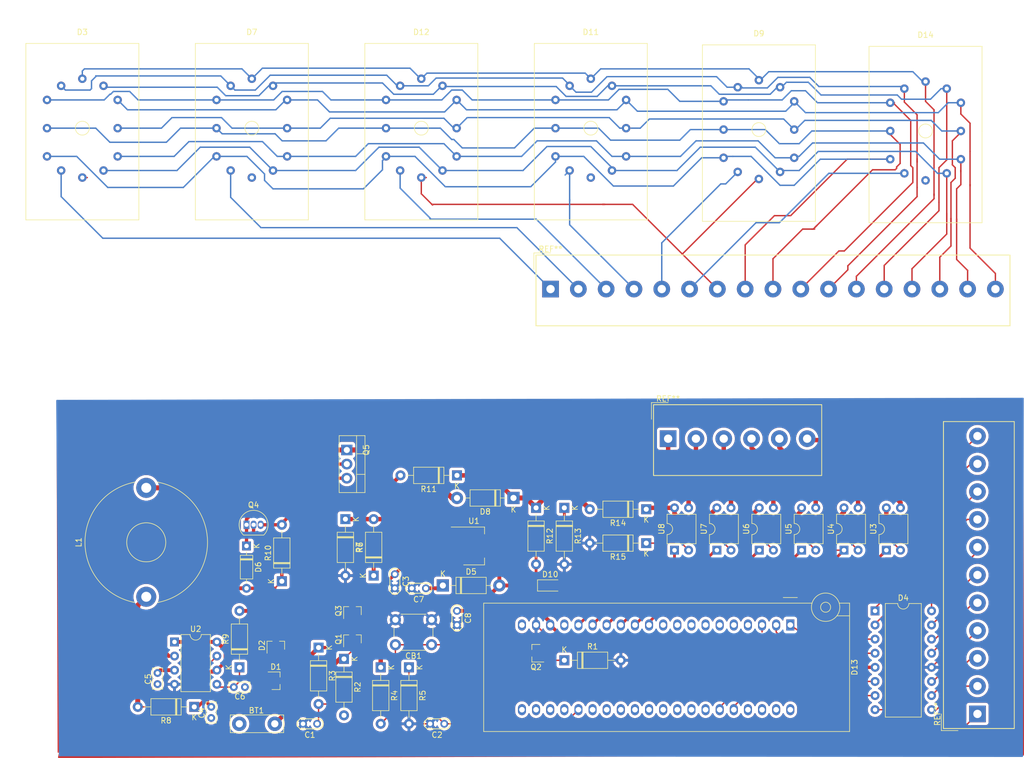
<source format=kicad_pcb>
(kicad_pcb (version 20171130) (host pcbnew "(5.1.6)-1")
  (layers (0 F.Cu signal) (31 B.Cu signal) (34 B.Paste user) (35 F.Paste user) (36 B.SilkS user) (37 F.SilkS user) (38 B.Mask user) (39 F.Mask user) (44 Edge.Cuts user))
  (net 0 "")
  (net 1 "Net-(BT1-Pad1)")
  (net 2 GND)
  (net 3 "Net-(C1-Pad1)")
  (net 4 "Net-(C7-Pad1)")
  (net 5 "Net-(D1-Pad3)")
  (net 6 +12C)
  (net 7 "Net-(D6-Pad1)")
  (net 8 "Net-(D8-Pad2)")
  (net 9 "Net-(D8-Pad1)")
  (net 10 "Net-(D9-Pad1)")
  (net 11 "Net-(D11-Pad1)")
  (net 12 "Net-(D12-Pad1)")
  (net 13 "Net-(L1-Pad1)")
  (net 14 "Net-(Q1-Pad2)")
  (net 15 "Net-(Q4-Pad3)")
  (net 16 "Net-(R6-Pad2)")
  (net 17 "Net-(R11-Pad2)")
  (net 18 "Net-(U8-Pad3)")
  (net 19 "Net-(D11-Pad12)")
  (net 20 "Net-(D11-Pad10)")
  (net 21 /V_type)
  (net 22 "Net-(C3-Pad1)")
  (net 23 "Net-(C5-Pad1)")
  (net 24 "Net-(C6-Pad1)")
  (net 25 /V)
  (net 26 "Net-(D3-Pad1)")
  (net 27 "Net-(D3-Pad12)")
  (net 28 /X3)
  (net 29 /X2)
  (net 30 /X4)
  (net 31 "Net-(D6-Pad2)")
  (net 32 "Net-(D7-Pad1)")
  (net 33 "Net-(D7-Pad12)")
  (net 34 /V_IND_OBR)
  (net 35 "Net-(D14-Pad1)")
  (net 36 "Net-(D14-Pad12)")
  (net 37 /KEY)
  (net 38 "Net-(R14-Pad1)")
  (net 39 "Net-(R15-Pad1)")
  (net 40 /Y0)
  (net 41 /Y1)
  (net 42 /Y2)
  (net 43 /Y3)
  (net 44 /Y4)
  (net 45 /Y5)
  (net 46 "Net-(D13-Pad21)")
  (net 47 "Net-(D13-Pad20)")
  (net 48 "Net-(D13-Pad22)")
  (net 49 "Net-(D13-Pad23)")
  (net 50 "Net-(D13-Pad24)")
  (net 51 "Net-(D13-Pad27)")
  (net 52 "Net-(D13-Pad28)")
  (net 53 "Net-(D13-Pad29)")
  (net 54 "Net-(D13-Pad30)")
  (net 55 "Net-(D13-Pad31)")
  (net 56 "Net-(D13-Pad10)")
  (net 57 "Net-(D13-Pad32)")
  (net 58 "Net-(D13-Pad9)")
  (net 59 "Net-(D13-Pad33)")
  (net 60 "Net-(D13-Pad8)")
  (net 61 "Net-(D13-Pad34)")
  (net 62 "Net-(D13-Pad7)")
  (net 63 "Net-(D13-Pad35)")
  (net 64 "Net-(D13-Pad6)")
  (net 65 "Net-(D13-Pad36)")
  (net 66 "Net-(D13-Pad5)")
  (net 67 "Net-(D13-Pad37)")
  (net 68 "Net-(D13-Pad38)")
  (net 69 "Net-(D13-Pad39)")
  (net 70 "Net-(D13-Pad40)")
  (net 71 /X1)
  (module "схема часов:IN12" (layer F.Cu) (at 230.0605 45.085)
    (fp_text reference D14 (at 0 -17.28) (layer F.SilkS))
    (fp_text value in-12a)
    (pad 11 thru_hole circle (at 3.81 7.62) (size 1.524 1.524) (drill 0.762) (layers *.Cu *.Mask) (net 20 "Net-(D11-Pad10)"))
    (pad 1 thru_hole circle (at -3.81 7.62) (size 1.524 1.524) (drill 0.762) (layers *.Cu *.Mask) (net 35 "Net-(D14-Pad1)"))
    (pad 5 thru_hole circle (at -3.81 -7.62) (size 1.524 1.524) (drill 0.762) (layers *.Cu *.Mask) (net 20 "Net-(D11-Pad10)"))
    (pad 7 thru_hole circle (at 3.81 -7.62) (size 1.524 1.524) (drill 0.762) (layers *.Cu *.Mask) (net 20 "Net-(D11-Pad10)"))
    (pad 12 thru_hole circle (at 0 8.89) (size 1.524 1.524) (drill 0.762) (layers *.Cu *.Mask) (net 36 "Net-(D14-Pad12)"))
    (pad 6 thru_hole circle (at 0 -8.89) (size 1.524 1.524) (drill 0.762) (layers *.Cu *.Mask) (net 20 "Net-(D11-Pad10)"))
    (pad 2 thru_hole circle (at -6.35 5.08) (size 1.524 1.524) (drill 0.762) (layers *.Cu *.Mask) (net 20 "Net-(D11-Pad10)"))
    (pad 10 thru_hole circle (at 6.35 5.08) (size 1.524 1.524) (drill 0.762) (layers *.Cu *.Mask) (net 20 "Net-(D11-Pad10)"))
    (pad 8 thru_hole circle (at 6.35 -5.08) (size 1.524 1.524) (drill 0.762) (layers *.Cu *.Mask) (net 20 "Net-(D11-Pad10)"))
    (pad 4 thru_hole circle (at -6.35 -5.08) (size 1.524 1.524) (drill 0.762) (layers *.Cu *.Mask) (net 20 "Net-(D11-Pad10)"))
    (pad 9 thru_hole circle (at 6.35 0) (size 1.524 1.524) (drill 0.762) (layers *.Cu *.Mask) (net 20 "Net-(D11-Pad10)"))
    (pad 3 thru_hole circle (at -6.35 0) (size 1.524 1.524) (drill 0.762) (layers *.Cu *.Mask) (net 20 "Net-(D11-Pad10)"))
  )
  (module TerminalBlock_Altech:Altech_AK300_1x11_P5.00mm_45-Degree (layer F.Cu) (at 239.395 149.987 90)
    (fp_text reference REF** (at 0 -7.2 90) (layer F.SilkS))
    (fp_text value Altech_AK300_1x11_P5.00mm_45-Degree)
    (pad 11 thru_hole circle (at 50 0 90) (size 3 3) (drill 1.5) (layers *.Cu *.Mask))
    (pad 10 thru_hole circle (at 45 0 90) (size 3 3) (drill 1.5) (layers *.Cu *.Mask))
    (pad 9 thru_hole circle (at 40 0 90) (size 3 3) (drill 1.5) (layers *.Cu *.Mask))
    (pad 8 thru_hole circle (at 35 0 90) (size 3 3) (drill 1.5) (layers *.Cu *.Mask))
    (pad 7 thru_hole circle (at 30 0 90) (size 3 3) (drill 1.5) (layers *.Cu *.Mask))
    (pad 6 thru_hole circle (at 25 0 90) (size 3 3) (drill 1.5) (layers *.Cu *.Mask))
    (pad 5 thru_hole circle (at 20 0 90) (size 3 3) (drill 1.5) (layers *.Cu *.Mask))
    (pad 4 thru_hole circle (at 15 0 90) (size 3 3) (drill 1.5) (layers *.Cu *.Mask))
    (pad 3 thru_hole circle (at 10 0 90) (size 3 3) (drill 1.5) (layers *.Cu *.Mask))
    (pad 2 thru_hole circle (at 5 0 90) (size 3 3) (drill 1.5) (layers *.Cu *.Mask))
    (pad 1 thru_hole rect (at 0 0 90) (size 3 3) (drill 1.5) (layers *.Cu *.Mask))
  )
  (module TerminalBlock_Altech:Altech_AK300_1x06_P5.00mm_45-Degree (layer F.Cu) (at 183.769 100.457)
    (fp_text reference REF** (at 0 -7.2) (layer F.SilkS))
    (fp_text value Altech_AK300_1x06_P5.00mm_45-Degree)
    (pad 6 thru_hole circle (at 25 0) (size 3 3) (drill 1.5) (layers *.Cu *.Mask))
    (pad 5 thru_hole circle (at 20 0) (size 3 3) (drill 1.5) (layers *.Cu *.Mask))
    (pad 4 thru_hole circle (at 15 0) (size 3 3) (drill 1.5) (layers *.Cu *.Mask))
    (pad 3 thru_hole circle (at 10 0) (size 3 3) (drill 1.5) (layers *.Cu *.Mask))
    (pad 2 thru_hole circle (at 5 0) (size 3 3) (drill 1.5) (layers *.Cu *.Mask))
    (pad 1 thru_hole rect (at 0 0) (size 3 3) (drill 1.5) (layers *.Cu *.Mask))
  )
  (module TerminalBlock_Altech:Altech_AK300_1x17_P5.00mm_45-Degree (layer F.Cu) (at 162.6235 73.533)
    (fp_text reference REF** (at 0 -7.2) (layer F.SilkS))
    (fp_text value Altech_AK300_1x17_P5.00mm_45-Degree)
    (pad 17 thru_hole circle (at 80 0) (size 3 3) (drill 1.5) (layers *.Cu *.Mask))
    (pad 16 thru_hole circle (at 75 0) (size 3 3) (drill 1.5) (layers *.Cu *.Mask))
    (pad 15 thru_hole circle (at 70 0) (size 3 3) (drill 1.5) (layers *.Cu *.Mask))
    (pad 14 thru_hole circle (at 65 0) (size 3 3) (drill 1.5) (layers *.Cu *.Mask))
    (pad 13 thru_hole circle (at 60 0) (size 3 3) (drill 1.5) (layers *.Cu *.Mask))
    (pad 12 thru_hole circle (at 55 0) (size 3 3) (drill 1.5) (layers *.Cu *.Mask))
    (pad 11 thru_hole circle (at 50 0) (size 3 3) (drill 1.5) (layers *.Cu *.Mask))
    (pad 10 thru_hole circle (at 45 0) (size 3 3) (drill 1.5) (layers *.Cu *.Mask))
    (pad 9 thru_hole circle (at 40 0) (size 3 3) (drill 1.5) (layers *.Cu *.Mask))
    (pad 8 thru_hole circle (at 35 0) (size 3 3) (drill 1.5) (layers *.Cu *.Mask))
    (pad 7 thru_hole circle (at 30 0) (size 3 3) (drill 1.5) (layers *.Cu *.Mask))
    (pad 6 thru_hole circle (at 25 0) (size 3 3) (drill 1.5) (layers *.Cu *.Mask))
    (pad 5 thru_hole circle (at 20 0) (size 3 3) (drill 1.5) (layers *.Cu *.Mask))
    (pad 4 thru_hole circle (at 15 0) (size 3 3) (drill 1.5) (layers *.Cu *.Mask))
    (pad 3 thru_hole circle (at 10 0) (size 3 3) (drill 1.5) (layers *.Cu *.Mask))
    (pad 2 thru_hole circle (at 5 0) (size 3 3) (drill 1.5) (layers *.Cu *.Mask))
    (pad 1 thru_hole rect (at 0 0) (size 3 3) (drill 1.5) (layers *.Cu *.Mask))
  )
  (module Package_TO_SOT_THT:TO-220-3_Vertical (layer F.Cu) (at 125.984 102.489 270)
    (fp_text reference Q5 (at 0 -3.5 90) (layer F.SilkS))
    (fp_text value IRF840)
    (pad 3 thru_hole oval (at 5.08 0 270) (size 1.905 2) (drill 1.1) (layers *.Cu *.Mask) (net 15 "Net-(Q4-Pad3)"))
    (pad 2 thru_hole oval (at 2.54 0 270) (size 1.905 2) (drill 1.1) (layers *.Cu *.Mask) (net 7 "Net-(D6-Pad1)"))
    (pad 1 thru_hole rect (at 0 0 270) (size 1.905 2) (drill 1.1) (layers *.Cu *.Mask) (net 8 "Net-(D8-Pad2)"))
  )
  (module Package_TO_SOT_SMD:SOT-223-3_TabPin2 (layer F.Cu) (at 148.844 119.761)
    (fp_text reference U1 (at 0 -4.5) (layer F.SilkS))
    (fp_text value LM317_SOT-223)
    (pad 1 smd rect (at -3.15 -2.3) (size 2 1.5) (layers F.Cu F.Paste F.Mask) (net 16 "Net-(R6-Pad2)"))
    (pad 3 smd rect (at -3.15 2.3) (size 2 1.5) (layers F.Cu F.Paste F.Mask) (net 22 "Net-(C3-Pad1)"))
    (pad 2 smd rect (at -3.15 0) (size 2 1.5) (layers F.Cu F.Paste F.Mask) (net 25 /V))
    (pad 2 smd rect (at 3.15 0) (size 2 3.8) (layers F.Cu F.Paste F.Mask) (net 25 /V))
  )
  (module Package_DIP:DIP-4_W7.62mm (layer F.Cu) (at 184.912 120.523 90)
    (fp_text reference U8 (at 3.81 -2.33 90) (layer F.SilkS))
    (fp_text value TLP627)
    (pad 4 thru_hole oval (at 7.62 0 90) (size 1.6 1.6) (drill 0.8) (layers *.Cu *.Mask) (net 38 "Net-(R14-Pad1)"))
    (pad 2 thru_hole oval (at 0 2.54 90) (size 1.6 1.6) (drill 0.8) (layers *.Cu *.Mask) (net 39 "Net-(R15-Pad1)"))
    (pad 3 thru_hole oval (at 7.62 2.54 90) (size 1.6 1.6) (drill 0.8) (layers *.Cu *.Mask) (net 18 "Net-(U8-Pad3)"))
    (pad 1 thru_hole rect (at 0 0 90) (size 1.6 1.6) (drill 0.8) (layers *.Cu *.Mask) (net 45 /Y5))
  )
  (module Package_DIP:DIP-4_W7.62mm (layer F.Cu) (at 192.532 120.523 90)
    (fp_text reference U7 (at 3.81 -2.33 90) (layer F.SilkS))
    (fp_text value TLP627)
    (pad 4 thru_hole oval (at 7.62 0 90) (size 1.6 1.6) (drill 0.8) (layers *.Cu *.Mask) (net 38 "Net-(R14-Pad1)"))
    (pad 2 thru_hole oval (at 0 2.54 90) (size 1.6 1.6) (drill 0.8) (layers *.Cu *.Mask) (net 39 "Net-(R15-Pad1)"))
    (pad 3 thru_hole oval (at 7.62 2.54 90) (size 1.6 1.6) (drill 0.8) (layers *.Cu *.Mask) (net 32 "Net-(D7-Pad1)"))
    (pad 1 thru_hole rect (at 0 0 90) (size 1.6 1.6) (drill 0.8) (layers *.Cu *.Mask) (net 44 /Y4))
  )
  (module Package_DIP:DIP-4_W7.62mm (layer F.Cu) (at 200.152 120.523 90)
    (fp_text reference U6 (at 3.81 -2.33 90) (layer F.SilkS))
    (fp_text value TLP627)
    (pad 4 thru_hole oval (at 7.62 0 90) (size 1.6 1.6) (drill 0.8) (layers *.Cu *.Mask) (net 38 "Net-(R14-Pad1)"))
    (pad 2 thru_hole oval (at 0 2.54 90) (size 1.6 1.6) (drill 0.8) (layers *.Cu *.Mask) (net 39 "Net-(R15-Pad1)"))
    (pad 3 thru_hole oval (at 7.62 2.54 90) (size 1.6 1.6) (drill 0.8) (layers *.Cu *.Mask) (net 10 "Net-(D9-Pad1)"))
    (pad 1 thru_hole rect (at 0 0 90) (size 1.6 1.6) (drill 0.8) (layers *.Cu *.Mask) (net 43 /Y3))
  )
  (module Package_DIP:DIP-4_W7.62mm (layer F.Cu) (at 207.772 120.523 90)
    (fp_text reference U5 (at 3.81 -2.33 90) (layer F.SilkS))
    (fp_text value TLP627)
    (pad 4 thru_hole oval (at 7.62 0 90) (size 1.6 1.6) (drill 0.8) (layers *.Cu *.Mask) (net 38 "Net-(R14-Pad1)"))
    (pad 2 thru_hole oval (at 0 2.54 90) (size 1.6 1.6) (drill 0.8) (layers *.Cu *.Mask) (net 39 "Net-(R15-Pad1)"))
    (pad 3 thru_hole oval (at 7.62 2.54 90) (size 1.6 1.6) (drill 0.8) (layers *.Cu *.Mask) (net 11 "Net-(D11-Pad1)"))
    (pad 1 thru_hole rect (at 0 0 90) (size 1.6 1.6) (drill 0.8) (layers *.Cu *.Mask) (net 42 /Y2))
  )
  (module Package_DIP:DIP-4_W7.62mm (layer F.Cu) (at 215.392 120.523 90)
    (fp_text reference U4 (at 3.81 -2.33 90) (layer F.SilkS))
    (fp_text value TLP627)
    (pad 4 thru_hole oval (at 7.62 0 90) (size 1.6 1.6) (drill 0.8) (layers *.Cu *.Mask) (net 38 "Net-(R14-Pad1)"))
    (pad 2 thru_hole oval (at 0 2.54 90) (size 1.6 1.6) (drill 0.8) (layers *.Cu *.Mask) (net 39 "Net-(R15-Pad1)"))
    (pad 3 thru_hole oval (at 7.62 2.54 90) (size 1.6 1.6) (drill 0.8) (layers *.Cu *.Mask) (net 12 "Net-(D12-Pad1)"))
    (pad 1 thru_hole rect (at 0 0 90) (size 1.6 1.6) (drill 0.8) (layers *.Cu *.Mask) (net 41 /Y1))
  )
  (module Package_DIP:DIP-4_W7.62mm (layer F.Cu) (at 223.012 120.523 90)
    (fp_text reference U3 (at 3.81 -2.33 90) (layer F.SilkS))
    (fp_text value TLP627)
    (pad 4 thru_hole oval (at 7.62 0 90) (size 1.6 1.6) (drill 0.8) (layers *.Cu *.Mask) (net 38 "Net-(R14-Pad1)"))
    (pad 2 thru_hole oval (at 0 2.54 90) (size 1.6 1.6) (drill 0.8) (layers *.Cu *.Mask) (net 39 "Net-(R15-Pad1)"))
    (pad 3 thru_hole oval (at 7.62 2.54 90) (size 1.6 1.6) (drill 0.8) (layers *.Cu *.Mask) (net 35 "Net-(D14-Pad1)"))
    (pad 1 thru_hole rect (at 0 0 90) (size 1.6 1.6) (drill 0.8) (layers *.Cu *.Mask) (net 40 /Y0))
  )
  (module Package_DIP:DIP-8_W7.62mm (layer F.Cu) (at 94.996 137.033)
    (fp_text reference U2 (at 3.81 -2.33) (layer F.SilkS))
    (fp_text value MC34063AP)
    (pad 8 thru_hole oval (at 7.62 0) (size 1.6 1.6) (drill 0.8) (layers *.Cu *.Mask) (net 22 "Net-(C3-Pad1)"))
    (pad 4 thru_hole oval (at 0 7.62) (size 1.6 1.6) (drill 0.8) (layers *.Cu *.Mask) (net 2 GND))
    (pad 7 thru_hole oval (at 7.62 2.54) (size 1.6 1.6) (drill 0.8) (layers *.Cu *.Mask) (net 13 "Net-(L1-Pad1)"))
    (pad 3 thru_hole oval (at 0 5.08) (size 1.6 1.6) (drill 0.8) (layers *.Cu *.Mask) (net 23 "Net-(C5-Pad1)"))
    (pad 6 thru_hole oval (at 7.62 5.08) (size 1.6 1.6) (drill 0.8) (layers *.Cu *.Mask) (net 22 "Net-(C3-Pad1)"))
    (pad 2 thru_hole oval (at 0 2.54) (size 1.6 1.6) (drill 0.8) (layers *.Cu *.Mask) (net 31 "Net-(D6-Pad2)"))
    (pad 5 thru_hole oval (at 7.62 7.62) (size 1.6 1.6) (drill 0.8) (layers *.Cu *.Mask) (net 24 "Net-(C6-Pad1)"))
    (pad 1 thru_hole rect (at 0 0) (size 1.6 1.6) (drill 0.8) (layers *.Cu *.Mask) (net 22 "Net-(C3-Pad1)"))
  )
  (module Diode_THT:D_A-405_P10.16mm_Horizontal (layer F.Cu) (at 179.832 119.253 180)
    (fp_text reference R15 (at 5.08 -2.47) (layer F.SilkS))
    (fp_text value 470)
    (fp_text user K (at 0 -1.9) (layer F.SilkS))
    (pad 2 thru_hole oval (at 10.16 0 180) (size 1.8 1.8) (drill 0.9) (layers *.Cu *.Mask) (net 2 GND))
    (pad 1 thru_hole rect (at 0 0 180) (size 1.8 1.8) (drill 0.9) (layers *.Cu *.Mask) (net 39 "Net-(R15-Pad1)"))
  )
  (module Diode_THT:D_A-405_P10.16mm_Horizontal (layer F.Cu) (at 179.832 113.157 180)
    (fp_text reference R14 (at 5.08 -2.47) (layer F.SilkS))
    (fp_text value 72k)
    (fp_text user K (at 0 -1.9) (layer F.SilkS))
    (pad 2 thru_hole oval (at 10.16 0 180) (size 1.8 1.8) (drill 0.9) (layers *.Cu *.Mask) (net 9 "Net-(D8-Pad1)"))
    (pad 1 thru_hole rect (at 0 0 180) (size 1.8 1.8) (drill 0.9) (layers *.Cu *.Mask) (net 38 "Net-(R14-Pad1)"))
  )
  (module Diode_THT:D_A-405_P10.16mm_Horizontal (layer F.Cu) (at 165.1 112.903 270)
    (fp_text reference R13 (at 5.08 -2.47 90) (layer F.SilkS))
    (fp_text value 3k)
    (fp_text user K (at 0 -1.9 90) (layer F.SilkS))
    (pad 2 thru_hole oval (at 10.16 0 270) (size 1.8 1.8) (drill 0.9) (layers *.Cu *.Mask) (net 2 GND))
    (pad 1 thru_hole rect (at 0 0 270) (size 1.8 1.8) (drill 0.9) (layers *.Cu *.Mask) (net 34 /V_IND_OBR))
  )
  (module Diode_THT:D_A-405_P10.16mm_Horizontal (layer F.Cu) (at 160.02 112.903 270)
    (fp_text reference R12 (at 5.08 -2.47 90) (layer F.SilkS))
    (fp_text value 177k)
    (fp_text user K (at 0 -1.9 90) (layer F.SilkS))
    (pad 2 thru_hole oval (at 10.16 0 270) (size 1.8 1.8) (drill 0.9) (layers *.Cu *.Mask) (net 34 /V_IND_OBR))
    (pad 1 thru_hole rect (at 0 0 270) (size 1.8 1.8) (drill 0.9) (layers *.Cu *.Mask) (net 9 "Net-(D8-Pad1)"))
  )
  (module Diode_THT:D_A-405_P10.16mm_Horizontal (layer F.Cu) (at 145.796 107.061 180)
    (fp_text reference R11 (at 5.08 -2.47) (layer F.SilkS))
    (fp_text value 430k)
    (fp_text user K (at 0 -1.9) (layer F.SilkS))
    (pad 2 thru_hole oval (at 10.16 0 180) (size 1.8 1.8) (drill 0.9) (layers *.Cu *.Mask) (net 17 "Net-(R11-Pad2)"))
    (pad 1 thru_hole rect (at 0 0 180) (size 1.8 1.8) (drill 0.9) (layers *.Cu *.Mask) (net 9 "Net-(D8-Pad1)"))
  )
  (module Diode_THT:D_A-405_P10.16mm_Horizontal (layer F.Cu) (at 114.3 126.111 90)
    (fp_text reference R10 (at 5.08 -2.47 90) (layer F.SilkS))
    (fp_text value 10k)
    (fp_text user K (at 0 -1.9 90) (layer F.SilkS))
    (pad 2 thru_hole oval (at 10.16 0 90) (size 1.8 1.8) (drill 0.9) (layers *.Cu *.Mask) (net 15 "Net-(Q4-Pad3)"))
    (pad 1 thru_hole rect (at 0 0 90) (size 1.8 1.8) (drill 0.9) (layers *.Cu *.Mask) (net 31 "Net-(D6-Pad2)"))
  )
  (module Diode_THT:D_A-405_P10.16mm_Horizontal (layer F.Cu) (at 106.68 141.605 90)
    (fp_text reference R9 (at 5.08 -2.47 90) (layer F.SilkS))
    (fp_text value 3k)
    (fp_text user K (at 0 -1.9 90) (layer F.SilkS))
    (pad 2 thru_hole oval (at 10.16 0 90) (size 1.8 1.8) (drill 0.9) (layers *.Cu *.Mask) (net 17 "Net-(R11-Pad2)"))
    (pad 1 thru_hole rect (at 0 0 90) (size 1.8 1.8) (drill 0.9) (layers *.Cu *.Mask) (net 24 "Net-(C6-Pad1)"))
  )
  (module Diode_THT:D_A-405_P10.16mm_Horizontal (layer F.Cu) (at 98.552 148.717 180)
    (fp_text reference R8 (at 5.08 -2.47) (layer F.SilkS))
    (fp_text value 0.2)
    (fp_text user K (at 0 -1.9) (layer F.SilkS))
    (pad 2 thru_hole oval (at 10.16 0 180) (size 1.8 1.8) (drill 0.9) (layers *.Cu *.Mask) (net 13 "Net-(L1-Pad1)"))
    (pad 1 thru_hole rect (at 0 0 180) (size 1.8 1.8) (drill 0.9) (layers *.Cu *.Mask) (net 22 "Net-(C3-Pad1)"))
  )
  (module Diode_THT:D_A-405_P10.16mm_Horizontal (layer F.Cu) (at 125.73 114.935 270)
    (fp_text reference R7 (at 5.08 -2.47 90) (layer F.SilkS))
    (fp_text value 11k)
    (fp_text user K (at 0 -1.9 90) (layer F.SilkS))
    (pad 2 thru_hole oval (at 10.16 0 270) (size 1.8 1.8) (drill 0.9) (layers *.Cu *.Mask) (net 2 GND))
    (pad 1 thru_hole rect (at 0 0 270) (size 1.8 1.8) (drill 0.9) (layers *.Cu *.Mask) (net 16 "Net-(R6-Pad2)"))
  )
  (module Diode_THT:D_A-405_P10.16mm_Horizontal (layer F.Cu) (at 130.81 125.095 90)
    (fp_text reference R6 (at 5.08 -2.47 90) (layer F.SilkS))
    (fp_text value 4k)
    (fp_text user K (at 0 -1.9 90) (layer F.SilkS))
    (pad 2 thru_hole oval (at 10.16 0 90) (size 1.8 1.8) (drill 0.9) (layers *.Cu *.Mask) (net 16 "Net-(R6-Pad2)"))
    (pad 1 thru_hole rect (at 0 0 90) (size 1.8 1.8) (drill 0.9) (layers *.Cu *.Mask) (net 25 /V))
  )
  (module Diode_THT:D_A-405_P10.16mm_Horizontal (layer F.Cu) (at 137.16 141.605 270)
    (fp_text reference R5 (at 5.08 -2.47 90) (layer F.SilkS))
    (fp_text value "10k ")
    (fp_text user K (at 0 -1.9 90) (layer F.SilkS))
    (pad 2 thru_hole oval (at 10.16 0 270) (size 1.8 1.8) (drill 0.9) (layers *.Cu *.Mask) (net 2 GND))
    (pad 1 thru_hole rect (at 0 0 270) (size 1.8 1.8) (drill 0.9) (layers *.Cu *.Mask) (net 21 /V_type))
  )
  (module Diode_THT:D_A-405_P10.16mm_Horizontal (layer F.Cu) (at 132.08 141.605 270)
    (fp_text reference R4 (at 5.08 -2.47 90) (layer F.SilkS))
    (fp_text value "10k ")
    (fp_text user K (at 0 -1.9 90) (layer F.SilkS))
    (pad 2 thru_hole oval (at 10.16 0 270) (size 1.8 1.8) (drill 0.9) (layers *.Cu *.Mask) (net 21 /V_type))
    (pad 1 thru_hole rect (at 0 0 270) (size 1.8 1.8) (drill 0.9) (layers *.Cu *.Mask) (net 22 "Net-(C3-Pad1)"))
  )
  (module Diode_THT:D_A-405_P10.16mm_Horizontal (layer F.Cu) (at 120.904 138.049 270)
    (fp_text reference R3 (at 5.08 -2.47 90) (layer F.SilkS))
    (fp_text value "10k ")
    (fp_text user K (at 0 -1.9 90) (layer F.SilkS))
    (pad 2 thru_hole oval (at 10.16 0 270) (size 1.8 1.8) (drill 0.9) (layers *.Cu *.Mask) (net 3 "Net-(C1-Pad1)"))
    (pad 1 thru_hole rect (at 0 0 270) (size 1.8 1.8) (drill 0.9) (layers *.Cu *.Mask) (net 5 "Net-(D1-Pad3)"))
  )
  (module Diode_THT:D_A-405_P10.16mm_Horizontal (layer F.Cu) (at 125.476 140.081 270)
    (fp_text reference R2 (at 5.08 -2.47 90) (layer F.SilkS))
    (fp_text value "200k ")
    (fp_text user K (at 0 -1.9 90) (layer F.SilkS))
    (pad 2 thru_hole oval (at 10.16 0 270) (size 1.8 1.8) (drill 0.9) (layers *.Cu *.Mask) (net 5 "Net-(D1-Pad3)"))
    (pad 1 thru_hole rect (at 0 0 270) (size 1.8 1.8) (drill 0.9) (layers *.Cu *.Mask) (net 1 "Net-(BT1-Pad1)"))
  )
  (module Diode_THT:D_A-405_P10.16mm_Horizontal (layer F.Cu) (at 165.1 140.335)
    (fp_text reference R1 (at 5.08 -2.47) (layer F.SilkS))
    (fp_text value "10k ")
    (fp_text user K (at 0 -1.9) (layer F.SilkS))
    (pad 2 thru_hole oval (at 10.16 0) (size 1.8 1.8) (drill 0.9) (layers *.Cu *.Mask) (net 2 GND))
    (pad 1 thru_hole rect (at 0 0) (size 1.8 1.8) (drill 0.9) (layers *.Cu *.Mask) (net 37 /KEY))
  )
  (module Package_TO_SOT_THT:TO-92_Inline (layer F.Cu) (at 107.95 115.951)
    (fp_text reference Q4 (at 1.27 -3.56) (layer F.SilkS))
    (fp_text value 2N3906)
    (pad 1 thru_hole rect (at 0 0) (size 1.05 1.5) (drill 0.75) (layers *.Cu *.Mask) (net 7 "Net-(D6-Pad1)"))
    (pad 3 thru_hole oval (at 2.54 0) (size 1.05 1.5) (drill 0.75) (layers *.Cu *.Mask) (net 15 "Net-(Q4-Pad3)"))
    (pad 2 thru_hole oval (at 1.27 0) (size 1.05 1.5) (drill 0.75) (layers *.Cu *.Mask) (net 31 "Net-(D6-Pad2)"))
  )
  (module Package_TO_SOT_SMD:SOT-23 (layer F.Cu) (at 127 131.445 90)
    (fp_text reference Q3 (at 0 -2.5 90) (layer F.SilkS))
    (fp_text value IRLML6402)
    (pad 3 smd rect (at 1 0 90) (size 0.9 0.8) (layers F.Cu F.Paste F.Mask) (net 22 "Net-(C3-Pad1)"))
    (pad 2 smd rect (at -1 0.95 90) (size 0.9 0.8) (layers F.Cu F.Paste F.Mask) (net 14 "Net-(Q1-Pad2)"))
    (pad 1 smd rect (at -1 -0.95 90) (size 0.9 0.8) (layers F.Cu F.Paste F.Mask) (net 5 "Net-(D1-Pad3)"))
  )
  (module Package_TO_SOT_SMD:SOT-23 (layer F.Cu) (at 160.02 139.065 180)
    (fp_text reference Q2 (at 0 -2.5) (layer F.SilkS))
    (fp_text value BSS123)
    (pad 3 smd rect (at 1 0 180) (size 0.9 0.8) (layers F.Cu F.Paste F.Mask) (net 3 "Net-(C1-Pad1)"))
    (pad 2 smd rect (at -1 0.95 180) (size 0.9 0.8) (layers F.Cu F.Paste F.Mask) (net 2 GND))
    (pad 1 smd rect (at -1 -0.95 180) (size 0.9 0.8) (layers F.Cu F.Paste F.Mask) (net 37 /KEY))
  )
  (module Package_TO_SOT_SMD:SOT-23 (layer F.Cu) (at 127 136.525 90)
    (fp_text reference Q1 (at 0 -2.5 90) (layer F.SilkS))
    (fp_text value IRLML6402)
    (pad 3 smd rect (at 1 0 90) (size 0.9 0.8) (layers F.Cu F.Paste F.Mask) (net 1 "Net-(BT1-Pad1)"))
    (pad 2 smd rect (at -1 0.95 90) (size 0.9 0.8) (layers F.Cu F.Paste F.Mask) (net 14 "Net-(Q1-Pad2)"))
    (pad 1 smd rect (at -1 -0.95 90) (size 0.9 0.8) (layers F.Cu F.Paste F.Mask) (net 5 "Net-(D1-Pad3)"))
  )
  (module Inductor_THT:L_Toroid_Horizontal_D21.8mm_P19.60mm_Bourns_2100 (layer F.Cu) (at 89.916 128.905 90)
    (fp_text reference L1 (at 9.8 -12.15 90) (layer F.SilkS))
    (fp_text value 230)
    (pad 2 thru_hole circle (at 19.6 0 90) (size 3.6 3.6) (drill 1.8) (layers *.Cu *.Mask) (net 8 "Net-(D8-Pad2)"))
    (pad 1 thru_hole circle (at 0 0 90) (size 3.6 3.6) (drill 1.8) (layers *.Cu *.Mask) (net 13 "Net-(L1-Pad1)"))
  )
  (module Socket:DIP_Socket-40_W11.9_W12.7_W15.24_W17.78_W18.5_3M_240-1280-00-0602J (layer F.Cu) (at 205.74 133.985 270)
    (fp_text reference D13 (at 7.62 -11.56 90) (layer F.SilkS))
    (fp_text value stm32)
    (pad 21 thru_hole oval (at 15.24 48.26 270) (size 2 1.44) (drill 1) (layers *.Cu *.Mask) (net 46 "Net-(D13-Pad21)"))
    (pad 20 thru_hole oval (at 0 48.26 270) (size 2 1.44) (drill 1) (layers *.Cu *.Mask) (net 47 "Net-(D13-Pad20)"))
    (pad 22 thru_hole oval (at 15.24 45.72 270) (size 2 1.44) (drill 1) (layers *.Cu *.Mask) (net 48 "Net-(D13-Pad22)"))
    (pad 19 thru_hole oval (at 0 45.72 270) (size 2 1.44) (drill 1) (layers *.Cu *.Mask) (net 2 GND))
    (pad 23 thru_hole oval (at 15.24 43.18 270) (size 2 1.44) (drill 1) (layers *.Cu *.Mask) (net 49 "Net-(D13-Pad23)"))
    (pad 18 thru_hole oval (at 0 43.18 270) (size 2 1.44) (drill 1) (layers *.Cu *.Mask) (net 25 /V))
    (pad 24 thru_hole oval (at 15.24 40.64 270) (size 2 1.44) (drill 1) (layers *.Cu *.Mask) (net 50 "Net-(D13-Pad24)"))
    (pad 17 thru_hole oval (at 0 40.64 270) (size 2 1.44) (drill 1) (layers *.Cu *.Mask) (net 37 /KEY))
    (pad 25 thru_hole oval (at 15.24 38.1 270) (size 2 1.44) (drill 1) (layers *.Cu *.Mask) (net 21 /V_type))
    (pad 16 thru_hole oval (at 0 38.1 270) (size 2 1.44) (drill 1) (layers *.Cu *.Mask) (net 45 /Y5))
    (pad 26 thru_hole oval (at 15.24 35.56 270) (size 2 1.44) (drill 1) (layers *.Cu *.Mask) (net 34 /V_IND_OBR))
    (pad 15 thru_hole oval (at 0 35.56 270) (size 2 1.44) (drill 1) (layers *.Cu *.Mask) (net 44 /Y4))
    (pad 27 thru_hole oval (at 15.24 33.02 270) (size 2 1.44) (drill 1) (layers *.Cu *.Mask) (net 51 "Net-(D13-Pad27)"))
    (pad 14 thru_hole oval (at 0 33.02 270) (size 2 1.44) (drill 1) (layers *.Cu *.Mask) (net 43 /Y3))
    (pad 28 thru_hole oval (at 15.24 30.48 270) (size 2 1.44) (drill 1) (layers *.Cu *.Mask) (net 52 "Net-(D13-Pad28)"))
    (pad 13 thru_hole oval (at 0 30.48 270) (size 2 1.44) (drill 1) (layers *.Cu *.Mask) (net 42 /Y2))
    (pad 29 thru_hole oval (at 15.24 27.94 270) (size 2 1.44) (drill 1) (layers *.Cu *.Mask) (net 53 "Net-(D13-Pad29)"))
    (pad 12 thru_hole oval (at 0 27.94 270) (size 2 1.44) (drill 1) (layers *.Cu *.Mask) (net 41 /Y1))
    (pad 30 thru_hole oval (at 15.24 25.4 270) (size 2 1.44) (drill 1) (layers *.Cu *.Mask) (net 54 "Net-(D13-Pad30)"))
    (pad 11 thru_hole oval (at 0 25.4 270) (size 2 1.44) (drill 1) (layers *.Cu *.Mask) (net 40 /Y0))
    (pad 31 thru_hole oval (at 15.24 22.86 270) (size 2 1.44) (drill 1) (layers *.Cu *.Mask) (net 55 "Net-(D13-Pad31)"))
    (pad 10 thru_hole oval (at 0 22.86 270) (size 2 1.44) (drill 1) (layers *.Cu *.Mask) (net 56 "Net-(D13-Pad10)"))
    (pad 32 thru_hole oval (at 15.24 20.32 270) (size 2 1.44) (drill 1) (layers *.Cu *.Mask) (net 57 "Net-(D13-Pad32)"))
    (pad 9 thru_hole oval (at 0 20.32 270) (size 2 1.44) (drill 1) (layers *.Cu *.Mask) (net 58 "Net-(D13-Pad9)"))
    (pad 33 thru_hole oval (at 15.24 17.78 270) (size 2 1.44) (drill 1) (layers *.Cu *.Mask) (net 59 "Net-(D13-Pad33)"))
    (pad 8 thru_hole oval (at 0 17.78 270) (size 2 1.44) (drill 1) (layers *.Cu *.Mask) (net 60 "Net-(D13-Pad8)"))
    (pad 34 thru_hole oval (at 15.24 15.24 270) (size 2 1.44) (drill 1) (layers *.Cu *.Mask) (net 61 "Net-(D13-Pad34)"))
    (pad 7 thru_hole oval (at 0 15.24 270) (size 2 1.44) (drill 1) (layers *.Cu *.Mask) (net 62 "Net-(D13-Pad7)"))
    (pad 35 thru_hole oval (at 15.24 12.7 270) (size 2 1.44) (drill 1) (layers *.Cu *.Mask) (net 63 "Net-(D13-Pad35)"))
    (pad 6 thru_hole oval (at 0 12.7 270) (size 2 1.44) (drill 1) (layers *.Cu *.Mask) (net 64 "Net-(D13-Pad6)"))
    (pad 36 thru_hole oval (at 15.24 10.16 270) (size 2 1.44) (drill 1) (layers *.Cu *.Mask) (net 65 "Net-(D13-Pad36)"))
    (pad 5 thru_hole oval (at 0 10.16 270) (size 2 1.44) (drill 1) (layers *.Cu *.Mask) (net 66 "Net-(D13-Pad5)"))
    (pad 37 thru_hole oval (at 15.24 7.62 270) (size 2 1.44) (drill 1) (layers *.Cu *.Mask) (net 67 "Net-(D13-Pad37)"))
    (pad 4 thru_hole oval (at 0 7.62 270) (size 2 1.44) (drill 1) (layers *.Cu *.Mask) (net 30 /X4))
    (pad 38 thru_hole oval (at 15.24 5.08 270) (size 2 1.44) (drill 1) (layers *.Cu *.Mask) (net 68 "Net-(D13-Pad38)"))
    (pad 3 thru_hole oval (at 0 5.08 270) (size 2 1.44) (drill 1) (layers *.Cu *.Mask) (net 28 /X3))
    (pad 39 thru_hole oval (at 15.24 2.54 270) (size 2 1.44) (drill 1) (layers *.Cu *.Mask) (net 69 "Net-(D13-Pad39)"))
    (pad 2 thru_hole oval (at 0 2.54 270) (size 2 1.44) (drill 1) (layers *.Cu *.Mask) (net 29 /X2))
    (pad 40 thru_hole oval (at 15.24 0 270) (size 2 1.44) (drill 1) (layers *.Cu *.Mask) (net 70 "Net-(D13-Pad40)"))
    (pad 1 thru_hole rect (at 0 0 270) (size 2 1.44) (drill 1) (layers *.Cu *.Mask) (net 71 /X1))
  )
  (module "схема часов:IN12" (layer F.Cu) (at 139.3825 44.577)
    (fp_text reference D12 (at 0 -17.28) (layer F.SilkS))
    (fp_text value in-12a)
    (pad 11 thru_hole circle (at 3.81 7.62) (size 1.524 1.524) (drill 0.762) (layers *.Cu *.Mask) (net 20 "Net-(D11-Pad10)"))
    (pad 1 thru_hole circle (at -3.81 7.62) (size 1.524 1.524) (drill 0.762) (layers *.Cu *.Mask) (net 12 "Net-(D12-Pad1)"))
    (pad 5 thru_hole circle (at -3.81 -7.62) (size 1.524 1.524) (drill 0.762) (layers *.Cu *.Mask) (net 20 "Net-(D11-Pad10)"))
    (pad 7 thru_hole circle (at 3.81 -7.62) (size 1.524 1.524) (drill 0.762) (layers *.Cu *.Mask) (net 20 "Net-(D11-Pad10)"))
    (pad 12 thru_hole circle (at 0 8.89) (size 1.524 1.524) (drill 0.762) (layers *.Cu *.Mask) (net 20 "Net-(D11-Pad10)"))
    (pad 6 thru_hole circle (at 0 -8.89) (size 1.524 1.524) (drill 0.762) (layers *.Cu *.Mask) (net 20 "Net-(D11-Pad10)"))
    (pad 2 thru_hole circle (at -6.35 5.08) (size 1.524 1.524) (drill 0.762) (layers *.Cu *.Mask) (net 20 "Net-(D11-Pad10)"))
    (pad 10 thru_hole circle (at 6.35 5.08) (size 1.524 1.524) (drill 0.762) (layers *.Cu *.Mask) (net 20 "Net-(D11-Pad10)"))
    (pad 8 thru_hole circle (at 6.35 -5.08) (size 1.524 1.524) (drill 0.762) (layers *.Cu *.Mask) (net 20 "Net-(D11-Pad10)"))
    (pad 4 thru_hole circle (at -6.35 -5.08) (size 1.524 1.524) (drill 0.762) (layers *.Cu *.Mask) (net 20 "Net-(D11-Pad10)"))
    (pad 9 thru_hole circle (at 6.35 0) (size 1.524 1.524) (drill 0.762) (layers *.Cu *.Mask) (net 20 "Net-(D11-Pad10)"))
    (pad 3 thru_hole circle (at -6.35 0) (size 1.524 1.524) (drill 0.762) (layers *.Cu *.Mask) (net 20 "Net-(D11-Pad10)"))
  )
  (module "схема часов:IN12" (layer F.Cu) (at 169.8625 44.577)
    (fp_text reference D11 (at 0 -17.28) (layer F.SilkS))
    (fp_text value in-12a)
    (pad 11 thru_hole circle (at 3.81 7.62) (size 1.524 1.524) (drill 0.762) (layers *.Cu *.Mask) (net 20 "Net-(D11-Pad10)"))
    (pad 1 thru_hole circle (at -3.81 7.62) (size 1.524 1.524) (drill 0.762) (layers *.Cu *.Mask) (net 11 "Net-(D11-Pad1)"))
    (pad 5 thru_hole circle (at -3.81 -7.62) (size 1.524 1.524) (drill 0.762) (layers *.Cu *.Mask) (net 20 "Net-(D11-Pad10)"))
    (pad 7 thru_hole circle (at 3.81 -7.62) (size 1.524 1.524) (drill 0.762) (layers *.Cu *.Mask) (net 20 "Net-(D11-Pad10)"))
    (pad 12 thru_hole circle (at 0 8.89) (size 1.524 1.524) (drill 0.762) (layers *.Cu *.Mask) (net 19 "Net-(D11-Pad12)"))
    (pad 6 thru_hole circle (at 0 -8.89) (size 1.524 1.524) (drill 0.762) (layers *.Cu *.Mask) (net 20 "Net-(D11-Pad10)"))
    (pad 2 thru_hole circle (at -6.35 5.08) (size 1.524 1.524) (drill 0.762) (layers *.Cu *.Mask) (net 20 "Net-(D11-Pad10)"))
    (pad 10 thru_hole circle (at 6.35 5.08) (size 1.524 1.524) (drill 0.762) (layers *.Cu *.Mask) (net 20 "Net-(D11-Pad10)"))
    (pad 8 thru_hole circle (at 6.35 -5.08) (size 1.524 1.524) (drill 0.762) (layers *.Cu *.Mask) (net 20 "Net-(D11-Pad10)"))
    (pad 4 thru_hole circle (at -6.35 -5.08) (size 1.524 1.524) (drill 0.762) (layers *.Cu *.Mask) (net 20 "Net-(D11-Pad10)"))
    (pad 9 thru_hole circle (at 6.35 0) (size 1.524 1.524) (drill 0.762) (layers *.Cu *.Mask) (net 20 "Net-(D11-Pad10)"))
    (pad 3 thru_hole circle (at -6.35 0) (size 1.524 1.524) (drill 0.762) (layers *.Cu *.Mask) (net 20 "Net-(D11-Pad10)"))
  )
  (module Diode_SMD:D_SMF (layer F.Cu) (at 162.56 126.873)
    (fp_text reference D10 (at 0 -2) (layer F.SilkS))
    (fp_text value BZD27Cxx)
    (pad 2 smd rect (at 1.45 0) (size 1.3 1.4) (layers F.Cu F.Paste F.Mask) (net 2 GND))
    (pad 1 smd rect (at -1.45 0) (size 1.3 1.4) (layers F.Cu F.Paste F.Mask) (net 34 /V_IND_OBR))
  )
  (module "схема часов:IN12" (layer F.Cu) (at 200.0885 44.831)
    (fp_text reference D9 (at 0 -17.28) (layer F.SilkS))
    (fp_text value in-12a)
    (pad 11 thru_hole circle (at 3.81 7.62) (size 1.524 1.524) (drill 0.762) (layers *.Cu *.Mask) (net 20 "Net-(D11-Pad10)"))
    (pad 1 thru_hole circle (at -3.81 7.62) (size 1.524 1.524) (drill 0.762) (layers *.Cu *.Mask) (net 10 "Net-(D9-Pad1)"))
    (pad 5 thru_hole circle (at -3.81 -7.62) (size 1.524 1.524) (drill 0.762) (layers *.Cu *.Mask) (net 20 "Net-(D11-Pad10)"))
    (pad 7 thru_hole circle (at 3.81 -7.62) (size 1.524 1.524) (drill 0.762) (layers *.Cu *.Mask) (net 20 "Net-(D11-Pad10)"))
    (pad 12 thru_hole circle (at 0 8.89) (size 1.524 1.524) (drill 0.762) (layers *.Cu *.Mask) (net 20 "Net-(D11-Pad10)"))
    (pad 6 thru_hole circle (at 0 -8.89) (size 1.524 1.524) (drill 0.762) (layers *.Cu *.Mask) (net 20 "Net-(D11-Pad10)"))
    (pad 2 thru_hole circle (at -6.35 5.08) (size 1.524 1.524) (drill 0.762) (layers *.Cu *.Mask) (net 20 "Net-(D11-Pad10)"))
    (pad 10 thru_hole circle (at 6.35 5.08) (size 1.524 1.524) (drill 0.762) (layers *.Cu *.Mask) (net 20 "Net-(D11-Pad10)"))
    (pad 8 thru_hole circle (at 6.35 -5.08) (size 1.524 1.524) (drill 0.762) (layers *.Cu *.Mask) (net 20 "Net-(D11-Pad10)"))
    (pad 4 thru_hole circle (at -6.35 -5.08) (size 1.524 1.524) (drill 0.762) (layers *.Cu *.Mask) (net 20 "Net-(D11-Pad10)"))
    (pad 9 thru_hole circle (at 6.35 0) (size 1.524 1.524) (drill 0.762) (layers *.Cu *.Mask) (net 20 "Net-(D11-Pad10)"))
    (pad 3 thru_hole circle (at -6.35 0) (size 1.524 1.524) (drill 0.762) (layers *.Cu *.Mask) (net 20 "Net-(D11-Pad10)"))
  )
  (module Diode_THT:D_DO-41_SOD81_P10.16mm_Horizontal (layer F.Cu) (at 155.956 111.125 180)
    (fp_text reference D8 (at 5.08 -2.47) (layer F.SilkS))
    (fp_text value 1N4007)
    (fp_text user K (at 0 -2.1) (layer F.SilkS))
    (pad 2 thru_hole oval (at 10.16 0 180) (size 2.2 2.2) (drill 1.1) (layers *.Cu *.Mask) (net 8 "Net-(D8-Pad2)"))
    (pad 1 thru_hole rect (at 0 0 180) (size 2.2 2.2) (drill 1.1) (layers *.Cu *.Mask) (net 9 "Net-(D8-Pad1)"))
  )
  (module "схема часов:IN12" (layer F.Cu) (at 108.9025 44.577)
    (fp_text reference D7 (at 0 -17.28) (layer F.SilkS))
    (fp_text value in-12a)
    (pad 11 thru_hole circle (at 3.81 7.62) (size 1.524 1.524) (drill 0.762) (layers *.Cu *.Mask) (net 20 "Net-(D11-Pad10)"))
    (pad 1 thru_hole circle (at -3.81 7.62) (size 1.524 1.524) (drill 0.762) (layers *.Cu *.Mask) (net 32 "Net-(D7-Pad1)"))
    (pad 5 thru_hole circle (at -3.81 -7.62) (size 1.524 1.524) (drill 0.762) (layers *.Cu *.Mask) (net 20 "Net-(D11-Pad10)"))
    (pad 7 thru_hole circle (at 3.81 -7.62) (size 1.524 1.524) (drill 0.762) (layers *.Cu *.Mask) (net 20 "Net-(D11-Pad10)"))
    (pad 12 thru_hole circle (at 0 8.89) (size 1.524 1.524) (drill 0.762) (layers *.Cu *.Mask) (net 33 "Net-(D7-Pad12)"))
    (pad 6 thru_hole circle (at 0 -8.89) (size 1.524 1.524) (drill 0.762) (layers *.Cu *.Mask) (net 20 "Net-(D11-Pad10)"))
    (pad 2 thru_hole circle (at -6.35 5.08) (size 1.524 1.524) (drill 0.762) (layers *.Cu *.Mask) (net 20 "Net-(D11-Pad10)"))
    (pad 10 thru_hole circle (at 6.35 5.08) (size 1.524 1.524) (drill 0.762) (layers *.Cu *.Mask) (net 20 "Net-(D11-Pad10)"))
    (pad 8 thru_hole circle (at 6.35 -5.08) (size 1.524 1.524) (drill 0.762) (layers *.Cu *.Mask) (net 20 "Net-(D11-Pad10)"))
    (pad 4 thru_hole circle (at -6.35 -5.08) (size 1.524 1.524) (drill 0.762) (layers *.Cu *.Mask) (net 20 "Net-(D11-Pad10)"))
    (pad 9 thru_hole circle (at 6.35 0) (size 1.524 1.524) (drill 0.762) (layers *.Cu *.Mask) (net 20 "Net-(D11-Pad10)"))
    (pad 3 thru_hole circle (at -6.35 0) (size 1.524 1.524) (drill 0.762) (layers *.Cu *.Mask) (net 20 "Net-(D11-Pad10)"))
  )
  (module Diode_THT:D_DO-35_SOD27_P7.62mm_Horizontal (layer F.Cu) (at 107.95 119.761 270)
    (fp_text reference D6 (at 3.81 -2.12 90) (layer F.SilkS))
    (fp_text value 1N4148)
    (fp_text user K (at 0 -1.8 90) (layer F.SilkS))
    (pad 2 thru_hole oval (at 7.62 0 270) (size 1.6 1.6) (drill 0.8) (layers *.Cu *.Mask) (net 31 "Net-(D6-Pad2)"))
    (pad 1 thru_hole rect (at 0 0 270) (size 1.6 1.6) (drill 0.8) (layers *.Cu *.Mask) (net 7 "Net-(D6-Pad1)"))
  )
  (module Diode_THT:D_DO-41_SOD81_P10.16mm_Horizontal (layer F.Cu) (at 143.256 126.873)
    (fp_text reference D5 (at 5.08 -2.47) (layer F.SilkS))
    (fp_text value 1N4002)
    (fp_text user K (at 0 -2.1) (layer F.SilkS))
    (pad 2 thru_hole oval (at 10.16 0) (size 2.2 2.2) (drill 1.1) (layers *.Cu *.Mask) (net 25 /V))
    (pad 1 thru_hole rect (at 0 0) (size 2.2 2.2) (drill 1.1) (layers *.Cu *.Mask) (net 4 "Net-(C7-Pad1)"))
  )
  (module Package_DIP:DIP-16_W10.16mm (layer F.Cu) (at 220.98 131.445)
    (fp_text reference D4 (at 5.08 -2.33) (layer F.SilkS))
    (fp_text value SN74141N)
    (pad 16 thru_hole oval (at 10.16 0) (size 1.6 1.6) (drill 0.8) (layers *.Cu *.Mask))
    (pad 8 thru_hole oval (at 0 17.78) (size 1.6 1.6) (drill 0.8) (layers *.Cu *.Mask))
    (pad 15 thru_hole oval (at 10.16 2.54) (size 1.6 1.6) (drill 0.8) (layers *.Cu *.Mask) (net 20 "Net-(D11-Pad10)"))
    (pad 7 thru_hole oval (at 0 15.24) (size 1.6 1.6) (drill 0.8) (layers *.Cu *.Mask) (net 28 /X3))
    (pad 14 thru_hole oval (at 10.16 5.08) (size 1.6 1.6) (drill 0.8) (layers *.Cu *.Mask))
    (pad 6 thru_hole oval (at 0 12.7) (size 1.6 1.6) (drill 0.8) (layers *.Cu *.Mask) (net 29 /X2))
    (pad 13 thru_hole oval (at 10.16 7.62) (size 1.6 1.6) (drill 0.8) (layers *.Cu *.Mask))
    (pad 5 thru_hole oval (at 0 10.16) (size 1.6 1.6) (drill 0.8) (layers *.Cu *.Mask) (net 25 /V))
    (pad 12 thru_hole oval (at 10.16 10.16) (size 1.6 1.6) (drill 0.8) (layers *.Cu *.Mask) (net 2 GND))
    (pad 4 thru_hole oval (at 0 7.62) (size 1.6 1.6) (drill 0.8) (layers *.Cu *.Mask) (net 30 /X4))
    (pad 11 thru_hole oval (at 10.16 12.7) (size 1.6 1.6) (drill 0.8) (layers *.Cu *.Mask))
    (pad 3 thru_hole oval (at 0 5.08) (size 1.6 1.6) (drill 0.8) (layers *.Cu *.Mask))
    (pad 10 thru_hole oval (at 10.16 15.24) (size 1.6 1.6) (drill 0.8) (layers *.Cu *.Mask))
    (pad 2 thru_hole oval (at 0 2.54) (size 1.6 1.6) (drill 0.8) (layers *.Cu *.Mask))
    (pad 9 thru_hole oval (at 10.16 17.78) (size 1.6 1.6) (drill 0.8) (layers *.Cu *.Mask))
    (pad 1 thru_hole rect (at 0 0) (size 1.6 1.6) (drill 0.8) (layers *.Cu *.Mask))
  )
  (module "схема часов:IN12" (layer F.Cu) (at 78.4225 44.577)
    (fp_text reference D3 (at 0 -17.28) (layer F.SilkS))
    (fp_text value in-12a)
    (pad 11 thru_hole circle (at 3.81 7.62) (size 1.524 1.524) (drill 0.762) (layers *.Cu *.Mask) (net 20 "Net-(D11-Pad10)"))
    (pad 1 thru_hole circle (at -3.81 7.62) (size 1.524 1.524) (drill 0.762) (layers *.Cu *.Mask) (net 26 "Net-(D3-Pad1)"))
    (pad 5 thru_hole circle (at -3.81 -7.62) (size 1.524 1.524) (drill 0.762) (layers *.Cu *.Mask) (net 20 "Net-(D11-Pad10)"))
    (pad 7 thru_hole circle (at 3.81 -7.62) (size 1.524 1.524) (drill 0.762) (layers *.Cu *.Mask) (net 20 "Net-(D11-Pad10)"))
    (pad 12 thru_hole circle (at 0 8.89) (size 1.524 1.524) (drill 0.762) (layers *.Cu *.Mask) (net 27 "Net-(D3-Pad12)"))
    (pad 6 thru_hole circle (at 0 -8.89) (size 1.524 1.524) (drill 0.762) (layers *.Cu *.Mask) (net 20 "Net-(D11-Pad10)"))
    (pad 2 thru_hole circle (at -6.35 5.08) (size 1.524 1.524) (drill 0.762) (layers *.Cu *.Mask) (net 20 "Net-(D11-Pad10)"))
    (pad 10 thru_hole circle (at 6.35 5.08) (size 1.524 1.524) (drill 0.762) (layers *.Cu *.Mask) (net 20 "Net-(D11-Pad10)"))
    (pad 8 thru_hole circle (at 6.35 -5.08) (size 1.524 1.524) (drill 0.762) (layers *.Cu *.Mask) (net 20 "Net-(D11-Pad10)"))
    (pad 4 thru_hole circle (at -6.35 -5.08) (size 1.524 1.524) (drill 0.762) (layers *.Cu *.Mask) (net 20 "Net-(D11-Pad10)"))
    (pad 9 thru_hole circle (at 6.35 0) (size 1.524 1.524) (drill 0.762) (layers *.Cu *.Mask) (net 20 "Net-(D11-Pad10)"))
    (pad 3 thru_hole circle (at -6.35 0) (size 1.524 1.524) (drill 0.762) (layers *.Cu *.Mask) (net 20 "Net-(D11-Pad10)"))
  )
  (module Package_TO_SOT_SMD:SOT-23 (layer F.Cu) (at 113.2205 137.668 90)
    (fp_text reference D2 (at 0 -2.5 90) (layer F.SilkS))
    (fp_text value BAT54C)
    (pad 3 smd rect (at 1 0 90) (size 0.9 0.8) (layers F.Cu F.Paste F.Mask) (net 22 "Net-(C3-Pad1)"))
    (pad 2 smd rect (at -1 0.95 90) (size 0.9 0.8) (layers F.Cu F.Paste F.Mask) (net 2 GND))
    (pad 1 smd rect (at -1 -0.95 90) (size 0.9 0.8) (layers F.Cu F.Paste F.Mask) (net 6 +12C))
  )
  (module Package_TO_SOT_SMD:SOT-23 (layer F.Cu) (at 113.2205 144.018)
    (fp_text reference D1 (at 0 -2.5) (layer F.SilkS))
    (fp_text value BAT54C)
    (pad 3 smd rect (at 1 0) (size 0.9 0.8) (layers F.Cu F.Paste F.Mask) (net 5 "Net-(D1-Pad3)"))
    (pad 2 smd rect (at -1 0.95) (size 0.9 0.8) (layers F.Cu F.Paste F.Mask) (net 2 GND))
    (pad 1 smd rect (at -1 -0.95) (size 0.9 0.8) (layers F.Cu F.Paste F.Mask) (net 6 +12C))
  )
  (module Button_Switch_THT:SW_PUSH_6mm_H9.5mm (layer F.Cu) (at 141.224 137.541 180)
    (fp_text reference CB1 (at 3.25 -2) (layer F.SilkS))
    (fp_text value CircuitBreaker_1P)
    (pad 1 thru_hole circle (at 6.5 0 270) (size 2 2) (drill 1.1) (layers *.Cu *.Mask) (net 3 "Net-(C1-Pad1)"))
    (pad 2 thru_hole circle (at 6.5 4.5 270) (size 2 2) (drill 1.1) (layers *.Cu *.Mask) (net 2 GND))
    (pad 1 thru_hole circle (at 0 0 270) (size 2 2) (drill 1.1) (layers *.Cu *.Mask) (net 3 "Net-(C1-Pad1)"))
    (pad 2 thru_hole circle (at 0 4.5 270) (size 2 2) (drill 1.1) (layers *.Cu *.Mask) (net 2 GND))
  )
  (module TestPoint:TestPoint_2Pads_Pitch2.54mm_Drill0.8mm (layer F.Cu) (at 145.796 131.445 270)
    (fp_text reference C8 (at 1.3 -2 90) (layer F.SilkS))
    (fp_text value 1u)
    (pad 2 thru_hole circle (at 2.54 0 270) (size 1.4 1.4) (drill 0.8) (layers *.Cu *.Mask) (net 2 GND))
    (pad 1 thru_hole circle (at 0 0 270) (size 1.4 1.4) (drill 0.8) (layers *.Cu *.Mask) (net 25 /V))
  )
  (module TestPoint:TestPoint_2Pads_Pitch2.54mm_Drill0.8mm (layer F.Cu) (at 140.208 127.381 180)
    (fp_text reference C7 (at 1.3 -2) (layer F.SilkS))
    (fp_text value 10u)
    (pad 2 thru_hole circle (at 2.54 0 180) (size 1.4 1.4) (drill 0.8) (layers *.Cu *.Mask) (net 2 GND))
    (pad 1 thru_hole circle (at 0 0 180) (size 1.4 1.4) (drill 0.8) (layers *.Cu *.Mask) (net 4 "Net-(C7-Pad1)"))
  )
  (module TestPoint:TestPoint_Bridge_Pitch2.0mm_Drill0.7mm (layer F.Cu) (at 105.664 145.161)
    (fp_text reference C6 (at 1.1 1.7) (layer F.SilkS))
    (fp_text value 1n)
    (pad 1 thru_hole circle (at 2 0) (size 1.4 1.4) (drill 0.7) (layers *.Cu *.Mask) (net 24 "Net-(C6-Pad1)"))
    (pad 1 thru_hole circle (at 0 0) (size 1.4 1.4) (drill 0.7) (layers *.Cu *.Mask) (net 24 "Net-(C6-Pad1)"))
  )
  (module TestPoint:TestPoint_Bridge_Pitch2.0mm_Drill0.7mm (layer F.Cu) (at 91.948 142.621 270)
    (fp_text reference C5 (at 1.1 1.7 90) (layer F.SilkS))
    (fp_text value 1n)
    (pad 1 thru_hole circle (at 2 0 270) (size 1.4 1.4) (drill 0.7) (layers *.Cu *.Mask) (net 23 "Net-(C5-Pad1)"))
    (pad 1 thru_hole circle (at 0 0 270) (size 1.4 1.4) (drill 0.7) (layers *.Cu *.Mask) (net 23 "Net-(C5-Pad1)"))
  )
  (module TestPoint:TestPoint_Bridge_Pitch2.0mm_Drill0.7mm (layer F.Cu) (at 101.6 148.717 270)
    (fp_text reference C4 (at 1.1 1.7 90) (layer F.SilkS))
    (fp_text value 1000u)
    (pad 1 thru_hole circle (at 2 0 270) (size 1.4 1.4) (drill 0.7) (layers *.Cu *.Mask) (net 22 "Net-(C3-Pad1)"))
    (pad 1 thru_hole circle (at 0 0 270) (size 1.4 1.4) (drill 0.7) (layers *.Cu *.Mask) (net 22 "Net-(C3-Pad1)"))
  )
  (module TestPoint:TestPoint_2Pads_Pitch2.54mm_Drill0.8mm (layer F.Cu) (at 134.62 124.841 270)
    (fp_text reference C3 (at 1.3 -2 90) (layer F.SilkS))
    (fp_text value 0.1u)
    (pad 2 thru_hole circle (at 2.54 0 270) (size 1.4 1.4) (drill 0.8) (layers *.Cu *.Mask) (net 2 GND))
    (pad 1 thru_hole circle (at 0 0 270) (size 1.4 1.4) (drill 0.8) (layers *.Cu *.Mask) (net 22 "Net-(C3-Pad1)"))
  )
  (module TestPoint:TestPoint_2Pads_Pitch2.54mm_Drill0.8mm (layer F.Cu) (at 143.51 151.765 180)
    (fp_text reference C2 (at 1.3 -2) (layer F.SilkS))
    (fp_text value 100n)
    (pad 2 thru_hole circle (at 2.54 0 180) (size 1.4 1.4) (drill 0.8) (layers *.Cu *.Mask) (net 2 GND))
    (pad 1 thru_hole circle (at 0 0 180) (size 1.4 1.4) (drill 0.8) (layers *.Cu *.Mask) (net 21 /V_type))
  )
  (module TestPoint:TestPoint_2Pads_Pitch2.54mm_Drill0.8mm (layer F.Cu) (at 120.65 151.765 180)
    (fp_text reference C1 (at 1.3 -2) (layer F.SilkS))
    (fp_text value 100n)
    (pad 2 thru_hole circle (at 2.54 0 180) (size 1.4 1.4) (drill 0.8) (layers *.Cu *.Mask) (net 2 GND))
    (pad 1 thru_hole circle (at 0 0 180) (size 1.4 1.4) (drill 0.8) (layers *.Cu *.Mask) (net 3 "Net-(C1-Pad1)"))
  )
  (module TestPoint:TestPoint_Bridge_Pitch6.35mm_Drill1.3mm (layer F.Cu) (at 113.03 151.765 180)
    (fp_text reference BT1 (at 3.3 2.4) (layer F.SilkS))
    (fp_text value Battery_Cell)
    (pad 1 thru_hole circle (at 6.38 0 180) (size 2.6 2.6) (drill 1.3) (layers *.Cu *.Mask) (net 1 "Net-(BT1-Pad1)"))
    (pad 1 thru_hole circle (at 0 0 180) (size 2.6 2.6) (drill 1.3) (layers *.Cu *.Mask) (net 1 "Net-(BT1-Pad1)"))
  )
  (segment (start 220.98 136.525) (end 209.325001 136.525) (width 0.25) (layer F.Cu) (net 0))
  (segment (start 209.325001 136.525) (end 206.785001 134.725391) (width 0.25) (layer F.Cu) (net 0))
  (segment (start 231.14 131.445) (end 231.14 130.937) (width 0.25) (layer F.Cu) (net 0))
  (segment (start 182.6235 65.217) (end 182.6235 73.533) (width 0.25) (layer B.Cu) (net 0))
  (segment (start 193.2305 54.61) (end 182.6235 65.217) (width 0.25) (layer B.Cu) (net 0))
  (segment (start 196.2785 52.451) (end 194.1195 54.61) (width 0.25) (layer B.Cu) (net 0))
  (segment (start 194.1195 54.61) (end 193.2305 54.61) (width 0.25) (layer B.Cu) (net 0))
  (segment (start 166.0525 61.962) (end 177.6235 73.533) (width 0.25) (layer B.Cu) (net 0))
  (segment (start 166.0525 57.404) (end 166.0525 61.962) (width 0.25) (layer B.Cu) (net 0))
  (segment (start 160.0505 60.96) (end 172.6235 73.533) (width 0.25) (layer B.Cu) (net 0))
  (segment (start 140.9065 60.833) (end 141.0335 60.96) (width 0.25) (layer B.Cu) (net 0))
  (segment (start 141.0335 60.96) (end 160.0505 60.96) (width 0.25) (layer B.Cu) (net 0))
  (segment (start 202.6235 68.077) (end 202.6235 73.533) (width 0.25) (layer F.Cu) (net 0))
  (segment (start 207.9625 62.738) (end 202.6235 68.077) (width 0.25) (layer F.Cu) (net 0))
  (segment (start 210.1215 62.738) (end 209.6135 62.738) (width 0.25) (layer F.Cu) (net 0))
  (segment (start 209.6135 62.738) (end 207.9625 62.738) (width 0.25) (layer F.Cu) (net 0))
  (segment (start 212.6235 73.533) (end 212.6235 72.301) (width 0.25) (layer F.Cu) (net 0))
  (segment (start 217.6235 71.238) (end 217.6235 73.533) (width 0.25) (layer F.Cu) (net 0))
  (segment (start 231.5845 57.277) (end 217.6235 71.238) (width 0.25) (layer F.Cu) (net 0))
  (segment (start 231.5845 56.642) (end 231.5845 41.275) (width 0.25) (layer F.Cu) (net 0))
  (segment (start 231.5845 56.642) (end 231.5845 57.277) (width 0.25) (layer F.Cu) (net 0))
  (segment (start 231.5845 56.388) (end 231.5845 56.642) (width 0.25) (layer F.Cu) (net 0))
  (segment (start 183.769 100.457) (end 183.769 105.918) (width 0.8) (layer F.Cu) (net 0))
  (segment (start 198.769 100.457) (end 198.769 102.122) (width 0.25) (layer F.Cu) (net 0))
  (segment (start 198.769 102.122) (end 204.724 108.077) (width 0.8) (layer F.Cu) (net 0))
  (segment (start 204.724 108.077) (end 207.772 108.077) (width 0.8) (layer F.Cu) (net 0))
  (segment (start 203.769 100.457) (end 203.769 102.042) (width 0.25) (layer F.Cu) (net 0))
  (segment (start 220.98 131.445) (end 220.98 130.937) (width 0.25) (layer F.Cu) (net 0))
  (segment (start 220.98 130.937) (end 232.537 119.38) (width 0.25) (layer F.Cu) (net 0))
  (segment (start 232.537 106.845) (end 239.395 99.987) (width 0.25) (layer F.Cu) (net 0))
  (segment (start 232.537 119.38) (end 232.537 106.845) (width 0.25) (layer F.Cu) (net 0))
  (segment (start 235.331 114.051) (end 239.395 109.987) (width 0.25) (layer F.Cu) (net 0))
  (segment (start 235.331 121.031) (end 235.331 114.051) (width 0.25) (layer F.Cu) (net 0))
  (segment (start 231.14 131.445) (end 231.14 125.222) (width 0.25) (layer F.Cu) (net 0))
  (segment (start 231.14 125.222) (end 235.331 121.031) (width 0.25) (layer F.Cu) (net 0))
  (segment (start 239.395 114.987) (end 237.565 114.987) (width 0.25) (layer F.Cu) (net 0))
  (segment (start 237.565 114.987) (end 236.601 115.951) (width 0.25) (layer F.Cu) (net 0))
  (segment (start 236.601 115.951) (end 236.601 121.412) (width 0.25) (layer F.Cu) (net 0))
  (segment (start 236.601 121.412) (end 233.553 124.46) (width 0.25) (layer F.Cu) (net 0))
  (segment (start 239.395 120.777) (end 239.395 119.987) (width 0.25) (layer F.Cu) (net 0))
  (segment (start 234.569 133.731) (end 234.569 125.603) (width 0.25) (layer F.Cu) (net 0))
  (segment (start 231.14 136.525) (end 231.775 136.525) (width 0.25) (layer F.Cu) (net 0))
  (segment (start 234.569 125.603) (end 239.395 120.777) (width 0.25) (layer F.Cu) (net 0))
  (segment (start 231.775 136.525) (end 234.569 133.731) (width 0.25) (layer F.Cu) (net 0))
  (segment (start 235.712 134.493) (end 231.14 139.065) (width 0.25) (layer F.Cu) (net 0))
  (segment (start 235.712 128.143) (end 235.712 134.493) (width 0.25) (layer F.Cu) (net 0))
  (segment (start 239.395 124.987) (end 238.868 124.987) (width 0.25) (layer F.Cu) (net 0))
  (segment (start 238.868 124.987) (end 235.712 128.143) (width 0.25) (layer F.Cu) (net 0))
  (segment (start 239.395 129.987) (end 238.694 129.987) (width 0.25) (layer F.Cu) (net 0))
  (segment (start 238.694 129.987) (end 236.855 131.826) (width 0.25) (layer F.Cu) (net 0))
  (segment (start 236.855 131.826) (end 236.855 135.255) (width 0.25) (layer F.Cu) (net 0))
  (segment (start 236.855 135.255) (end 233.68 138.43) (width 0.25) (layer F.Cu) (net 0))
  (segment (start 231.14 144.145) (end 231.394 144.145) (width 0.25) (layer F.Cu) (net 0))
  (segment (start 231.394 144.145) (end 235.839 139.7) (width 0.25) (layer F.Cu) (net 0))
  (segment (start 235.839 138.543) (end 239.395 134.987) (width 0.25) (layer F.Cu) (net 0))
  (segment (start 235.839 139.7) (end 235.839 138.543) (width 0.25) (layer F.Cu) (net 0))
  (segment (start 239.395 139.987) (end 238.219 139.987) (width 0.25) (layer F.Cu) (net 0))
  (segment (start 238.219 139.987) (end 233.807 144.399) (width 0.25) (layer F.Cu) (net 0))
  (segment (start 233.426 144.399) (end 231.14 146.685) (width 0.25) (layer F.Cu) (net 0))
  (segment (start 233.807 144.399) (end 233.426 144.399) (width 0.25) (layer F.Cu) (net 0))
  (segment (start 231.14 149.225) (end 232.029 149.225) (width 0.25) (layer F.Cu) (net 0))
  (segment (start 236.267 144.987) (end 239.395 144.987) (width 0.25) (layer F.Cu) (net 0))
  (segment (start 232.029 149.225) (end 236.267 144.987) (width 0.25) (layer F.Cu) (net 0))
  (segment (start 220.98 149.225) (end 223.774 149.225) (width 0.25) (layer F.Cu) (net 0))
  (segment (start 223.774 149.225) (end 226.822 152.273) (width 0.25) (layer F.Cu) (net 0))
  (segment (start 237.109 152.273) (end 239.395 149.987) (width 0.25) (layer F.Cu) (net 0))
  (segment (start 226.822 152.273) (end 237.109 152.273) (width 0.25) (layer F.Cu) (net 0))
  (segment (start 188.769 100.457) (end 188.769 105.203) (width 0.8) (layer F.Cu) (net 0))
  (segment (start 192.151 108.585) (end 193.929 108.585) (width 0.8) (layer F.Cu) (net 0))
  (segment (start 188.769 105.203) (end 192.151 108.585) (width 0.8) (layer F.Cu) (net 0))
  (segment (start 193.769 100.457) (end 193.769 104.234) (width 0.8) (layer F.Cu) (net 0))
  (segment (start 196.977 107.442) (end 199.39 107.442) (width 0.8) (layer F.Cu) (net 0))
  (segment (start 193.769 104.234) (end 196.977 107.442) (width 0.8) (layer F.Cu) (net 0))
  (segment (start 203.769 102.042) (end 206.6925 104.9655) (width 0.8) (layer F.Cu) (net 0))
  (segment (start 206.6925 104.9655) (end 210.947 104.9655) (width 0.8) (layer F.Cu) (net 0))
  (segment (start 209.023 100.711) (end 213.9315 100.711) (width 0.8) (layer F.Cu) (net 0))
  (segment (start 208.769 100.457) (end 209.023 100.711) (width 0.8) (layer F.Cu) (net 0))
  (segment (start 234.188 108.966) (end 238.167 104.987) (width 0.25) (layer F.Cu) (net 0))
  (segment (start 234.188 120.5865) (end 234.188 108.966) (width 0.25) (layer F.Cu) (net 0))
  (segment (start 238.167 104.987) (end 239.395 104.987) (width 0.25) (layer F.Cu) (net 0))
  (segment (start 220.98 133.985) (end 220.98 133.7945) (width 0.25) (layer F.Cu) (net 0))
  (segment (start 220.98 133.7945) (end 234.188 120.5865) (width 0.25) (layer F.Cu) (net 0))
  (segment (start 127 137.795) (end 127 138.010002) (width 0.25) (layer F.Cu) (net 1))
  (segment (start 127 137.795) (end 127 135.525) (width 0.25) (layer F.Cu) (net 1))
  (segment (start 127 137.795) (end 127 138.557) (width 0.25) (layer F.Cu) (net 1))
  (segment (start 127 138.557) (end 125.476 140.081) (width 0.25) (layer F.Cu) (net 1))
  (segment (start 124.714 140.081) (end 113.03 151.765) (width 0.8) (layer F.Cu) (net 1))
  (segment (start 125.476 140.081) (end 124.714 140.081) (width 0.25) (layer F.Cu) (net 1))
  (segment (start 161.02 134.985) (end 160.02 133.985) (width 0.25) (layer F.Cu) (net 2))
  (segment (start 161.02 138.115) (end 161.02 134.985) (width 0.25) (layer F.Cu) (net 2))
  (segment (start 137.16 151.765) (end 140.97 151.765) (width 0.25) (layer F.Cu) (net 2))
  (segment (start 175.26 140.335) (end 176.53 140.335) (width 0.25) (layer F.Cu) (net 2))
  (segment (start 112.2205 145.018) (end 112.2205 144.968) (width 0.25) (layer F.Cu) (net 2))
  (segment (start 231.14 141.605) (end 231.14 141.224) (width 0.25) (layer F.Cu) (net 2))
  (segment (start 233.68 139.065) (end 231.14 141.605) (width 0.25) (layer F.Cu) (net 2))
  (segment (start 233.68 138.43) (end 233.68 139.065) (width 0.25) (layer F.Cu) (net 2))
  (segment (start 120.904 151.511) (end 120.65 151.765) (width 0.25) (layer F.Cu) (net 3))
  (segment (start 120.904 148.209) (end 120.904 151.511) (width 0.25) (layer F.Cu) (net 3))
  (segment (start 120.904 148.209) (end 127.861002 148.209) (width 0.25) (layer F.Cu) (net 3))
  (segment (start 129.54 148.209) (end 127.861002 148.209) (width 0.25) (layer F.Cu) (net 3))
  (segment (start 134.62 143.129) (end 129.54 148.209) (width 0.25) (layer F.Cu) (net 3))
  (segment (start 134.724 143.025) (end 134.724 137.541) (width 0.25) (layer F.Cu) (net 3))
  (segment (start 141.224 137.541) (end 134.724 137.541) (width 0.25) (layer F.Cu) (net 3))
  (segment (start 148.844 137.541) (end 141.224 137.541) (width 0.25) (layer F.Cu) (net 3))
  (segment (start 150.368 139.065) (end 148.844 137.541) (width 0.25) (layer F.Cu) (net 3))
  (segment (start 159.02 139.065) (end 150.368 139.065) (width 0.25) (layer F.Cu) (net 3))
  (segment (start 142.748 127.381) (end 143.256 126.873) (width 0.25) (layer F.Cu) (net 4))
  (segment (start 140.208 127.381) (end 142.748 127.381) (width 0.7) (layer F.Cu) (net 4))
  (segment (start 125.73 132.765) (end 126.05 132.445) (width 0.25) (layer F.Cu) (net 5))
  (segment (start 126 137.525) (end 125.73 137.795) (width 0.25) (layer F.Cu) (net 5))
  (segment (start 125.73 137.795) (end 125.73 132.765) (width 0.6) (layer F.Cu) (net 5))
  (segment (start 126.05 137.525) (end 126 137.525) (width 0.25) (layer F.Cu) (net 5))
  (segment (start 126.05 132.445) (end 126.05 133.665) (width 0.7) (layer F.Cu) (net 5))
  (segment (start 126.05 133.665) (end 125.73 133.985) (width 0.25) (layer F.Cu) (net 5))
  (segment (start 125.476 150.241) (end 124.968 150.241) (width 0.25) (layer F.Cu) (net 5))
  (segment (start 126 137.525) (end 125.984 137.541) (width 0.25) (layer F.Cu) (net 5))
  (segment (start 125.476 149.733) (end 125.476 150.241) (width 0.25) (layer F.Cu) (net 5))
  (segment (start 125.526 138.049) (end 126.05 137.525) (width 0.25) (layer F.Cu) (net 5))
  (segment (start 113.9825 144.018) (end 114.2205 144.018) (width 0.25) (layer F.Cu) (net 5))
  (segment (start 114.935 144.018) (end 120.904 138.049) (width 0.8) (layer F.Cu) (net 5))
  (segment (start 114.2205 144.018) (end 114.935 144.018) (width 0.8) (layer F.Cu) (net 5))
  (segment (start 125.476 138.049) (end 125.73 137.795) (width 0.6) (layer F.Cu) (net 5))
  (segment (start 120.904 138.049) (end 125.476 138.049) (width 0.6) (layer F.Cu) (net 5))
  (segment (start 112.2705 143.018) (end 112.2205 143.068) (width 0.25) (layer F.Cu) (net 6))
  (segment (start 112.2705 138.668) (end 112.2705 143.018) (width 0.8) (layer F.Cu) (net 6))
  (segment (start 107.95 115.951) (end 107.95 119.761) (width 0.6) (layer F.Cu) (net 7))
  (segment (start 117.872 105.029) (end 125.984 105.029) (width 0.6) (layer F.Cu) (net 7))
  (segment (start 107.95 114.951) (end 117.872 105.029) (width 0.6) (layer F.Cu) (net 7))
  (segment (start 107.95 115.951) (end 107.95 114.951) (width 0.6) (layer F.Cu) (net 7))
  (segment (start 90.212 109.601) (end 89.916 109.305) (width 0.25) (layer F.Cu) (net 8))
  (segment (start 125.984 102.489) (end 114.808 102.489) (width 0.9) (layer F.Cu) (net 8))
  (segment (start 107.992 109.305) (end 89.916 109.305) (width 0.9) (layer F.Cu) (net 8))
  (segment (start 114.808 102.489) (end 107.992 109.305) (width 0.9) (layer F.Cu) (net 8))
  (segment (start 144.907 111.125) (end 145.796 111.125) (width 0.925) (layer F.Cu) (net 8))
  (segment (start 125.984 102.489) (end 136.271 102.489) (width 0.925) (layer F.Cu) (net 8))
  (segment (start 136.271 102.489) (end 144.907 111.125) (width 0.925) (layer F.Cu) (net 8))
  (segment (start 158.242 111.125) (end 160.02 112.903) (width 0.9) (layer F.Cu) (net 9))
  (segment (start 155.956 111.125) (end 158.242 111.125) (width 0.9) (layer F.Cu) (net 9))
  (segment (start 160.02 112.903) (end 160.02 112.649) (width 0.25) (layer F.Cu) (net 9))
  (segment (start 160.02 112.649) (end 162.052 110.617) (width 0.9) (layer F.Cu) (net 9))
  (segment (start 167.132 110.617) (end 169.672 113.157) (width 0.9) (layer F.Cu) (net 9))
  (segment (start 162.052 110.617) (end 167.132 110.617) (width 0.9) (layer F.Cu) (net 9))
  (segment (start 151.892 107.061) (end 155.956 111.125) (width 0.8) (layer F.Cu) (net 9))
  (segment (start 145.796 107.061) (end 151.892 107.061) (width 0.8) (layer F.Cu) (net 9))
  (segment (start 196.6595 52.324) (end 196.4055 52.324) (width 0.25) (layer F.Cu) (net 10))
  (segment (start 196.4055 52.324) (end 196.1515 52.578) (width 0.25) (layer F.Cu) (net 10))
  (segment (start 202.692 112.903) (end 202.692 110.744) (width 0.8) (layer F.Cu) (net 10))
  (segment (start 202.692 110.744) (end 199.39 107.442) (width 0.8) (layer F.Cu) (net 10))
  (segment (start 199.39 107.442) (end 198.755 107.442) (width 0.25) (layer F.Cu) (net 10))
  (segment (start 210.312 112.903) (end 210.312 112.268) (width 0.25) (layer F.Cu) (net 11))
  (segment (start 165.248119 53.001381) (end 165.9255 52.324) (width 0.25) (layer B.Cu) (net 11))
  (segment (start 166.0525 52.197) (end 166.0525 57.658) (width 0.25) (layer B.Cu) (net 11))
  (segment (start 210.312 112.903) (end 210.312 111.887) (width 0.25) (layer F.Cu) (net 11))
  (segment (start 210.312 110.617) (end 210.312 112.903) (width 0.8) (layer F.Cu) (net 11))
  (segment (start 207.772 108.077) (end 210.312 110.617) (width 0.8) (layer F.Cu) (net 11))
  (segment (start 217.932 112.649) (end 217.932 113.157) (width 0.25) (layer F.Cu) (net 12))
  (segment (start 135.5725 52.197) (end 135.5725 55.372) (width 0.25) (layer B.Cu) (net 12))
  (segment (start 135.5725 55.372) (end 141.0335 60.833) (width 0.25) (layer B.Cu) (net 12))
  (segment (start 210.947 104.9655) (end 211.3915 104.9655) (width 0.8) (layer F.Cu) (net 12))
  (segment (start 217.932 111.506) (end 217.932 112.903) (width 0.8) (layer F.Cu) (net 12))
  (segment (start 211.3915 104.9655) (end 217.932 111.506) (width 0.8) (layer F.Cu) (net 12))
  (segment (start 102.108 139.573) (end 102.616 139.573) (width 0.25) (layer F.Cu) (net 13))
  (segment (start 88.392 130.429) (end 89.916 128.905) (width 0.9) (layer F.Cu) (net 13))
  (segment (start 88.392 148.717) (end 88.392 130.429) (width 0.9) (layer F.Cu) (net 13))
  (segment (start 100.076 142.113) (end 102.616 139.573) (width 0.25) (layer F.Cu) (net 13))
  (segment (start 99.314 142.875) (end 100.076 142.113) (width 0.25) (layer F.Cu) (net 13))
  (segment (start 99.314 144.0815) (end 99.314 142.875) (width 0.25) (layer F.Cu) (net 13))
  (segment (start 88.392 148.717) (end 94.6785 148.717) (width 0.25) (layer F.Cu) (net 13))
  (segment (start 94.6785 148.717) (end 99.314 144.0815) (width 0.25) (layer F.Cu) (net 13))
  (segment (start 128.27 137.795) (end 128.27 132.765) (width 0.6) (layer F.Cu) (net 14))
  (segment (start 128.27 133.985) (end 128.27 137.205) (width 0.25) (layer F.Cu) (net 14))
  (segment (start 128.27 137.205) (end 127.95 137.525) (width 0.25) (layer F.Cu) (net 14))
  (segment (start 127.95 132.445) (end 127.95 133.665) (width 0.7) (layer F.Cu) (net 14))
  (segment (start 127.95 133.665) (end 128.27 133.985) (width 0.6) (layer F.Cu) (net 14))
  (segment (start 128.27 132.765) (end 127.95 132.445) (width 0.25) (layer F.Cu) (net 14))
  (segment (start 110.49 115.951) (end 114.3 115.951) (width 0.6) (layer F.Cu) (net 15))
  (segment (start 125.984 107.569) (end 122.428 107.569) (width 0.6) (layer F.Cu) (net 15))
  (segment (start 114.3 115.697) (end 114.3 115.951) (width 0.25) (layer F.Cu) (net 15))
  (segment (start 122.428 107.569) (end 114.3 115.697) (width 0.6) (layer F.Cu) (net 15))
  (segment (start 130.81 114.935) (end 132.08 114.935) (width 0.25) (layer F.Cu) (net 16))
  (segment (start 125.73 114.935) (end 130.81 114.935) (width 0.8) (layer F.Cu) (net 16))
  (segment (start 130.81 114.935) (end 132.842 114.935) (width 0.8) (layer F.Cu) (net 16))
  (segment (start 135.368 117.461) (end 145.694 117.461) (width 0.8) (layer F.Cu) (net 16))
  (segment (start 132.842 114.935) (end 135.368 117.461) (width 0.8) (layer F.Cu) (net 16))
  (segment (start 130.429 112.268) (end 135.636 107.061) (width 0.7) (layer F.Cu) (net 17))
  (segment (start 113.792 131.445) (end 118.364 126.873) (width 0.7) (layer F.Cu) (net 17))
  (segment (start 122.9995 112.268) (end 130.429 112.268) (width 0.7) (layer F.Cu) (net 17))
  (segment (start 118.364 126.873) (end 118.364 116.9035) (width 0.7) (layer F.Cu) (net 17))
  (segment (start 106.68 131.445) (end 113.792 131.445) (width 0.7) (layer F.Cu) (net 17))
  (segment (start 118.364 116.9035) (end 122.9995 112.268) (width 0.7) (layer F.Cu) (net 17))
  (segment (start 187.452 109.601) (end 187.452 112.903) (width 0.8) (layer F.Cu) (net 18))
  (segment (start 183.769 105.918) (end 187.452 109.601) (width 0.8) (layer F.Cu) (net 18))
  (segment (start 223.7105 40.005) (end 224.4725 40.005) (width 0.25) (layer F.Cu) (net 20))
  (segment (start 223.7105 50.165) (end 223.8375 50.165) (width 0.25) (layer F.Cu) (net 20))
  (segment (start 230.0605 36.195) (end 229.5525 36.195) (width 0.25) (layer B.Cu) (net 20))
  (segment (start 229.5525 36.195) (end 227.7745 34.417) (width 0.25) (layer B.Cu) (net 20))
  (segment (start 201.8665 34.417) (end 200.5965 35.687) (width 0.25) (layer B.Cu) (net 20))
  (segment (start 227.7745 34.417) (end 201.8665 34.417) (width 0.25) (layer B.Cu) (net 20))
  (segment (start 206.9465 39.497) (end 206.9465 40.132) (width 0.25) (layer B.Cu) (net 20))
  (segment (start 197.1675 37.338) (end 196.7865 36.957) (width 0.25) (layer B.Cu) (net 20))
  (segment (start 201.6125 37.338) (end 197.1675 37.338) (width 0.25) (layer B.Cu) (net 20))
  (segment (start 225.8695 37.084) (end 210.8835 37.084) (width 0.25) (layer B.Cu) (net 20))
  (segment (start 210.8835 37.084) (end 209.2325 35.433) (width 0.25) (layer B.Cu) (net 20))
  (segment (start 226.2505 37.465) (end 225.8695 37.084) (width 0.25) (layer B.Cu) (net 20))
  (segment (start 209.2325 35.433) (end 203.5175 35.433) (width 0.25) (layer B.Cu) (net 20))
  (segment (start 203.5175 35.433) (end 201.6125 37.338) (width 0.25) (layer B.Cu) (net 20))
  (segment (start 205.0415 36.322) (end 204.4065 36.957) (width 0.25) (layer B.Cu) (net 20))
  (segment (start 211.2645 38.608) (end 208.9785 36.322) (width 0.25) (layer B.Cu) (net 20))
  (segment (start 232.8545 37.465) (end 230.9495 39.37) (width 0.25) (layer B.Cu) (net 20))
  (segment (start 233.8705 37.465) (end 232.8545 37.465) (width 0.25) (layer B.Cu) (net 20))
  (segment (start 230.9495 39.37) (end 225.7425 39.37) (width 0.25) (layer B.Cu) (net 20))
  (segment (start 225.7425 39.37) (end 224.9805 38.608) (width 0.25) (layer B.Cu) (net 20))
  (segment (start 208.9785 36.322) (end 205.0415 36.322) (width 0.25) (layer B.Cu) (net 20))
  (segment (start 224.9805 38.608) (end 211.2645 38.608) (width 0.25) (layer B.Cu) (net 20))
  (segment (start 193.7385 49.911) (end 189.8015 49.911) (width 0.25) (layer B.Cu) (net 20))
  (segment (start 189.8015 49.911) (end 184.7215 54.991) (width 0.25) (layer B.Cu) (net 20))
  (segment (start 184.7215 54.991) (end 173.9265 54.991) (width 0.25) (layer B.Cu) (net 20))
  (segment (start 168.5925 49.657) (end 163.5125 49.657) (width 0.25) (layer B.Cu) (net 20))
  (segment (start 173.9265 54.991) (end 168.5925 49.657) (width 0.25) (layer B.Cu) (net 20))
  (segment (start 203.8985 37.211) (end 203.3905 37.211) (width 0.25) (layer B.Cu) (net 20))
  (segment (start 203.3905 37.211) (end 202.1205 38.481) (width 0.25) (layer B.Cu) (net 20))
  (segment (start 202.1205 38.481) (end 192.9765 38.481) (width 0.25) (layer B.Cu) (net 20))
  (segment (start 191.4525 36.957) (end 173.6725 36.957) (width 0.25) (layer B.Cu) (net 20))
  (segment (start 192.9765 38.481) (end 191.4525 36.957) (width 0.25) (layer B.Cu) (net 20))
  (segment (start 200.0885 35.941) (end 200.0885 35.687) (width 0.25) (layer B.Cu) (net 20))
  (segment (start 200.0885 35.687) (end 198.3105 33.909) (width 0.25) (layer B.Cu) (net 20))
  (segment (start 171.6405 33.909) (end 169.8625 35.687) (width 0.25) (layer B.Cu) (net 20))
  (segment (start 198.3105 33.909) (end 171.6405 33.909) (width 0.25) (layer B.Cu) (net 20))
  (segment (start 196.2785 37.211) (end 194.3735 37.211) (width 0.25) (layer B.Cu) (net 20))
  (segment (start 194.3735 37.211) (end 192.4685 35.306) (width 0.25) (layer B.Cu) (net 20))
  (segment (start 192.4685 35.306) (end 172.7835 35.306) (width 0.25) (layer B.Cu) (net 20))
  (segment (start 172.7835 35.306) (end 169.9895 38.1) (width 0.25) (layer B.Cu) (net 20))
  (segment (start 167.1955 38.1) (end 166.0525 36.957) (width 0.25) (layer B.Cu) (net 20))
  (segment (start 169.9895 38.1) (end 167.1955 38.1) (width 0.25) (layer B.Cu) (net 20))
  (segment (start 173.0375 39.497) (end 163.5125 39.497) (width 0.25) (layer B.Cu) (net 20))
  (segment (start 174.9425 37.592) (end 173.0375 39.497) (width 0.25) (layer B.Cu) (net 20))
  (segment (start 183.7055 37.592) (end 174.9425 37.592) (width 0.25) (layer B.Cu) (net 20))
  (segment (start 193.7385 39.751) (end 185.8645 39.751) (width 0.25) (layer B.Cu) (net 20))
  (segment (start 185.8645 39.751) (end 183.7055 37.592) (width 0.25) (layer B.Cu) (net 20))
  (segment (start 145.7325 44.577) (end 146.3675 44.577) (width 0.25) (layer B.Cu) (net 20))
  (segment (start 173.6725 36.957) (end 172.9105 36.957) (width 0.25) (layer B.Cu) (net 20))
  (segment (start 172.9105 36.957) (end 171.0055 38.862) (width 0.25) (layer B.Cu) (net 20))
  (segment (start 171.0055 38.862) (end 165.4175 38.862) (width 0.25) (layer B.Cu) (net 20))
  (segment (start 165.4175 38.862) (end 163.6395 37.084) (width 0.25) (layer B.Cu) (net 20))
  (segment (start 143.3195 37.084) (end 143.1925 36.957) (width 0.25) (layer B.Cu) (net 20))
  (segment (start 163.6395 37.084) (end 143.3195 37.084) (width 0.25) (layer B.Cu) (net 20))
  (segment (start 166.0525 36.957) (end 166.0525 36.83) (width 0.25) (layer B.Cu) (net 20))
  (segment (start 166.0525 36.83) (end 164.7825 35.56) (width 0.25) (layer B.Cu) (net 20))
  (segment (start 164.7825 35.56) (end 142.0495 35.56) (width 0.25) (layer B.Cu) (net 20))
  (segment (start 140.6525 36.957) (end 135.5725 36.957) (width 0.25) (layer B.Cu) (net 20))
  (segment (start 142.0495 35.56) (end 140.6525 36.957) (width 0.25) (layer B.Cu) (net 20))
  (segment (start 169.8625 35.687) (end 168.8465 34.671) (width 0.25) (layer B.Cu) (net 20))
  (segment (start 140.3985 34.671) (end 139.3825 35.687) (width 0.25) (layer B.Cu) (net 20))
  (segment (start 168.8465 34.671) (end 140.3985 34.671) (width 0.25) (layer B.Cu) (net 20))
  (segment (start 163.5125 39.497) (end 148.5265 39.497) (width 0.25) (layer B.Cu) (net 20))
  (segment (start 148.5265 39.497) (end 146.7485 37.719) (width 0.25) (layer B.Cu) (net 20))
  (segment (start 146.7485 37.719) (end 144.8435 37.719) (width 0.25) (layer B.Cu) (net 20))
  (segment (start 143.0655 39.497) (end 133.0325 39.497) (width 0.25) (layer B.Cu) (net 20))
  (segment (start 144.8435 37.719) (end 143.0655 39.497) (width 0.25) (layer B.Cu) (net 20))
  (segment (start 208.4705 37.846) (end 205.9305 37.846) (width 0.25) (layer B.Cu) (net 20))
  (segment (start 210.6295 40.005) (end 208.4705 37.846) (width 0.25) (layer B.Cu) (net 20))
  (segment (start 223.7105 40.005) (end 210.6295 40.005) (width 0.25) (layer B.Cu) (net 20))
  (segment (start 205.9305 37.846) (end 204.2795 39.497) (width 0.25) (layer B.Cu) (net 20))
  (segment (start 198.1835 39.497) (end 194.2465 39.497) (width 0.25) (layer B.Cu) (net 20))
  (segment (start 204.2795 39.497) (end 198.1835 39.497) (width 0.25) (layer B.Cu) (net 20))
  (segment (start 147.5105 41.275) (end 145.7325 39.497) (width 0.25) (layer B.Cu) (net 20))
  (segment (start 174.5615 41.275) (end 147.5105 41.275) (width 0.25) (layer B.Cu) (net 20))
  (segment (start 176.2125 39.497) (end 176.2125 39.624) (width 0.25) (layer B.Cu) (net 20))
  (segment (start 176.2125 39.624) (end 174.5615 41.275) (width 0.25) (layer B.Cu) (net 20))
  (segment (start 176.2125 44.577) (end 175.0695 44.577) (width 0.25) (layer B.Cu) (net 20))
  (segment (start 175.0695 44.577) (end 173.1645 42.672) (width 0.25) (layer B.Cu) (net 20))
  (segment (start 147.6375 42.672) (end 145.7325 44.577) (width 0.25) (layer B.Cu) (net 20))
  (segment (start 173.1645 42.672) (end 147.6375 42.672) (width 0.25) (layer B.Cu) (net 20))
  (segment (start 206.4385 39.751) (end 206.4385 40.005) (width 0.25) (layer B.Cu) (net 20))
  (segment (start 206.4385 40.005) (end 204.9145 41.529) (width 0.25) (layer B.Cu) (net 20))
  (segment (start 178.2445 41.529) (end 176.2125 39.497) (width 0.25) (layer B.Cu) (net 20))
  (segment (start 204.9145 41.529) (end 178.2445 41.529) (width 0.25) (layer B.Cu) (net 20))
  (segment (start 236.4105 40.005) (end 234.1245 40.005) (width 0.25) (layer B.Cu) (net 20))
  (segment (start 234.1245 40.005) (end 232.3465 41.783) (width 0.25) (layer B.Cu) (net 20))
  (segment (start 208.4705 41.783) (end 206.4385 39.751) (width 0.25) (layer B.Cu) (net 20))
  (segment (start 232.3465 41.783) (end 208.4705 41.783) (width 0.25) (layer B.Cu) (net 20))
  (segment (start 208.3435 43.18) (end 206.9465 44.577) (width 0.25) (layer B.Cu) (net 20))
  (segment (start 231.0765 43.18) (end 208.3435 43.18) (width 0.25) (layer B.Cu) (net 20))
  (segment (start 236.4105 45.085) (end 232.9815 45.085) (width 0.25) (layer B.Cu) (net 20))
  (segment (start 232.9815 45.085) (end 231.0765 43.18) (width 0.25) (layer B.Cu) (net 20))
  (segment (start 229.6795 47.244) (end 232.6005 50.165) (width 0.25) (layer B.Cu) (net 20))
  (segment (start 232.6005 50.165) (end 236.4105 50.165) (width 0.25) (layer B.Cu) (net 20))
  (segment (start 209.7405 47.244) (end 229.6795 47.244) (width 0.25) (layer B.Cu) (net 20))
  (segment (start 206.9465 49.657) (end 207.3275 49.657) (width 0.25) (layer B.Cu) (net 20))
  (segment (start 207.3275 49.657) (end 209.7405 47.244) (width 0.25) (layer B.Cu) (net 20))
  (segment (start 210.7565 48.768) (end 207.3275 52.197) (width 0.25) (layer B.Cu) (net 20))
  (segment (start 228.2825 48.768) (end 210.7565 48.768) (width 0.25) (layer B.Cu) (net 20))
  (segment (start 207.3275 52.197) (end 204.4065 52.197) (width 0.25) (layer B.Cu) (net 20))
  (segment (start 233.8705 52.705) (end 232.2195 52.705) (width 0.25) (layer B.Cu) (net 20))
  (segment (start 232.2195 52.705) (end 228.2825 48.768) (width 0.25) (layer B.Cu) (net 20))
  (segment (start 195.3895 49.657) (end 194.2465 49.657) (width 0.25) (layer B.Cu) (net 20))
  (segment (start 211.1375 50.165) (end 206.4385 54.864) (width 0.25) (layer B.Cu) (net 20))
  (segment (start 223.7105 50.165) (end 211.1375 50.165) (width 0.25) (layer B.Cu) (net 20))
  (segment (start 206.4385 54.864) (end 203.8985 54.864) (width 0.25) (layer B.Cu) (net 20))
  (segment (start 198.6915 49.657) (end 195.3895 49.657) (width 0.25) (layer B.Cu) (net 20))
  (segment (start 203.8985 54.864) (end 198.6915 49.657) (width 0.25) (layer B.Cu) (net 20))
  (segment (start 180.4035 42.926) (end 204.5335 42.926) (width 0.25) (layer B.Cu) (net 20))
  (segment (start 177.1015 44.577) (end 178.7525 44.577) (width 0.25) (layer B.Cu) (net 20))
  (segment (start 204.5335 42.926) (end 206.4385 44.831) (width 0.25) (layer B.Cu) (net 20))
  (segment (start 178.7525 44.577) (end 180.4035 42.926) (width 0.25) (layer B.Cu) (net 20))
  (segment (start 185.9915 49.657) (end 176.2125 49.657) (width 0.25) (layer B.Cu) (net 20))
  (segment (start 188.7855 46.863) (end 185.9915 49.657) (width 0.25) (layer B.Cu) (net 20))
  (segment (start 199.9615 46.863) (end 188.7855 46.863) (width 0.25) (layer B.Cu) (net 20))
  (segment (start 206.4385 49.911) (end 203.0095 49.911) (width 0.25) (layer B.Cu) (net 20))
  (segment (start 203.0095 49.911) (end 199.9615 46.863) (width 0.25) (layer B.Cu) (net 20))
  (segment (start 199.4535 48.006) (end 203.8985 52.451) (width 0.25) (layer B.Cu) (net 20))
  (segment (start 189.5475 48.006) (end 199.4535 48.006) (width 0.25) (layer B.Cu) (net 20))
  (segment (start 173.6725 52.197) (end 185.3565 52.197) (width 0.25) (layer B.Cu) (net 20))
  (segment (start 185.3565 52.197) (end 189.5475 48.006) (width 0.25) (layer B.Cu) (net 20))
  (segment (start 160.2105 46.863) (end 157.4165 49.657) (width 0.25) (layer B.Cu) (net 20))
  (segment (start 170.8785 46.863) (end 160.2105 46.863) (width 0.25) (layer B.Cu) (net 20))
  (segment (start 157.4165 49.657) (end 145.7325 49.657) (width 0.25) (layer B.Cu) (net 20))
  (segment (start 176.2125 49.657) (end 173.6725 49.657) (width 0.25) (layer B.Cu) (net 20))
  (segment (start 173.6725 49.657) (end 170.8785 46.863) (width 0.25) (layer B.Cu) (net 20))
  (segment (start 173.6725 51.689) (end 173.6725 52.197) (width 0.25) (layer B.Cu) (net 20))
  (segment (start 169.8625 47.879) (end 173.6725 51.689) (width 0.25) (layer B.Cu) (net 20))
  (segment (start 161.9885 47.879) (end 169.8625 47.879) (width 0.25) (layer B.Cu) (net 20))
  (segment (start 143.1925 52.197) (end 157.6705 52.197) (width 0.25) (layer B.Cu) (net 20))
  (segment (start 157.6705 52.197) (end 161.9885 47.879) (width 0.25) (layer B.Cu) (net 20))
  (segment (start 163.5125 49.657) (end 163.5125 50.673) (width 0.25) (layer B.Cu) (net 20))
  (segment (start 163.5125 50.673) (end 159.0675 55.118) (width 0.25) (layer B.Cu) (net 20))
  (segment (start 159.0675 55.118) (end 143.7005 55.118) (width 0.25) (layer B.Cu) (net 20))
  (segment (start 138.2395 49.657) (end 133.0325 49.657) (width 0.25) (layer B.Cu) (net 20))
  (segment (start 143.7005 55.118) (end 138.2395 49.657) (width 0.25) (layer B.Cu) (net 20))
  (segment (start 112.7125 52.451) (end 112.7125 52.197) (width 0.25) (layer B.Cu) (net 20))
  (segment (start 112.7125 52.197) (end 127.5715 52.197) (width 0.25) (layer B.Cu) (net 20))
  (segment (start 127.5715 52.197) (end 131.7625 48.006) (width 0.25) (layer B.Cu) (net 20))
  (segment (start 139.0015 48.006) (end 143.1925 52.197) (width 0.25) (layer B.Cu) (net 20))
  (segment (start 131.7625 48.006) (end 139.0015 48.006) (width 0.25) (layer B.Cu) (net 20))
  (segment (start 108.0135 49.657) (end 102.5525 49.657) (width 0.25) (layer B.Cu) (net 20))
  (segment (start 111.1885 52.832) (end 108.0135 49.657) (width 0.25) (layer B.Cu) (net 20))
  (segment (start 111.1885 53.975) (end 111.1885 52.832) (width 0.25) (layer B.Cu) (net 20))
  (segment (start 112.7125 55.499) (end 111.1885 53.975) (width 0.25) (layer B.Cu) (net 20))
  (segment (start 133.0325 49.784) (end 132.3975 50.419) (width 0.25) (layer B.Cu) (net 20))
  (segment (start 133.0325 49.657) (end 133.0325 49.784) (width 0.25) (layer B.Cu) (net 20))
  (segment (start 132.3975 50.419) (end 132.3975 52.07) (width 0.25) (layer B.Cu) (net 20))
  (segment (start 132.3975 52.07) (end 128.9685 55.499) (width 0.25) (layer B.Cu) (net 20))
  (segment (start 128.9685 55.499) (end 112.7125 55.499) (width 0.25) (layer B.Cu) (net 20))
  (segment (start 115.2525 49.657) (end 127.5715 49.657) (width 0.25) (layer B.Cu) (net 20))
  (segment (start 127.5715 49.657) (end 129.8575 47.371) (width 0.25) (layer B.Cu) (net 20))
  (segment (start 143.4465 47.371) (end 145.7325 49.657) (width 0.25) (layer B.Cu) (net 20))
  (segment (start 129.8575 47.371) (end 143.4465 47.371) (width 0.25) (layer B.Cu) (net 20))
  (segment (start 156.1465 48.133) (end 146.7485 48.133) (width 0.25) (layer B.Cu) (net 20))
  (segment (start 146.7485 48.133) (end 145.2245 46.609) (width 0.25) (layer B.Cu) (net 20))
  (segment (start 163.5125 44.577) (end 159.7025 44.577) (width 0.25) (layer B.Cu) (net 20))
  (segment (start 159.7025 44.577) (end 156.1465 48.133) (width 0.25) (layer B.Cu) (net 20))
  (segment (start 145.2245 46.609) (end 144.8435 46.609) (width 0.25) (layer B.Cu) (net 20))
  (segment (start 142.8115 44.577) (end 133.0325 44.577) (width 0.25) (layer B.Cu) (net 20))
  (segment (start 144.8435 46.609) (end 142.8115 44.577) (width 0.25) (layer B.Cu) (net 20))
  (segment (start 163.5125 44.577) (end 171.2595 44.577) (width 0.25) (layer B.Cu) (net 20))
  (segment (start 171.2595 44.577) (end 173.4185 46.736) (width 0.25) (layer B.Cu) (net 20))
  (segment (start 173.4185 46.736) (end 185.8645 46.736) (width 0.25) (layer B.Cu) (net 20))
  (segment (start 187.7695 44.831) (end 193.7385 44.831) (width 0.25) (layer B.Cu) (net 20))
  (segment (start 185.8645 46.736) (end 187.7695 44.831) (width 0.25) (layer B.Cu) (net 20))
  (segment (start 193.7385 44.831) (end 201.2315 44.831) (width 0.25) (layer B.Cu) (net 20))
  (segment (start 201.2315 44.831) (end 203.7715 47.371) (width 0.25) (layer B.Cu) (net 20))
  (segment (start 203.7715 47.371) (end 207.3275 47.371) (width 0.25) (layer B.Cu) (net 20))
  (segment (start 209.6135 45.085) (end 223.7105 45.085) (width 0.25) (layer B.Cu) (net 20))
  (segment (start 207.3275 47.371) (end 209.6135 45.085) (width 0.25) (layer B.Cu) (net 20))
  (segment (start 145.7325 44.577) (end 145.2245 44.577) (width 0.25) (layer B.Cu) (net 20))
  (segment (start 145.2245 44.577) (end 143.4465 42.799) (width 0.25) (layer B.Cu) (net 20))
  (segment (start 143.4465 42.799) (end 122.9995 42.799) (width 0.25) (layer B.Cu) (net 20))
  (segment (start 121.2215 44.577) (end 115.2525 44.577) (width 0.25) (layer B.Cu) (net 20))
  (segment (start 122.9995 42.799) (end 121.2215 44.577) (width 0.25) (layer B.Cu) (net 20))
  (segment (start 115.2525 39.497) (end 120.7135 39.497) (width 0.25) (layer B.Cu) (net 20))
  (segment (start 120.7135 39.497) (end 122.8725 41.656) (width 0.25) (layer B.Cu) (net 20))
  (segment (start 143.5735 41.656) (end 145.7325 39.497) (width 0.25) (layer B.Cu) (net 20))
  (segment (start 122.8725 41.656) (end 143.5735 41.656) (width 0.25) (layer B.Cu) (net 20))
  (segment (start 139.3825 35.687) (end 139.2555 35.687) (width 0.25) (layer B.Cu) (net 20))
  (segment (start 139.2555 35.687) (end 137.3505 33.782) (width 0.25) (layer B.Cu) (net 20))
  (segment (start 110.8075 33.782) (end 108.9025 35.687) (width 0.25) (layer B.Cu) (net 20))
  (segment (start 137.3505 33.782) (end 110.8075 33.782) (width 0.25) (layer B.Cu) (net 20))
  (segment (start 133.0325 39.497) (end 123.1265 39.497) (width 0.25) (layer B.Cu) (net 20))
  (segment (start 123.1265 39.497) (end 121.6025 37.973) (width 0.25) (layer B.Cu) (net 20))
  (segment (start 121.6025 37.973) (end 114.3635 37.973) (width 0.25) (layer B.Cu) (net 20))
  (segment (start 112.8395 39.497) (end 102.5525 39.497) (width 0.25) (layer B.Cu) (net 20))
  (segment (start 114.3635 37.973) (end 112.8395 39.497) (width 0.25) (layer B.Cu) (net 20))
  (segment (start 113.2205 36.449) (end 112.7125 36.957) (width 0.25) (layer B.Cu) (net 20))
  (segment (start 143.0655 36.957) (end 141.5415 38.481) (width 0.25) (layer B.Cu) (net 20))
  (segment (start 141.5415 38.481) (end 134.4295 38.481) (width 0.25) (layer B.Cu) (net 20))
  (segment (start 134.4295 38.481) (end 132.3975 36.449) (width 0.25) (layer B.Cu) (net 20))
  (segment (start 132.3975 36.449) (end 113.2205 36.449) (width 0.25) (layer B.Cu) (net 20))
  (segment (start 143.1925 36.957) (end 143.0655 36.957) (width 0.25) (layer B.Cu) (net 20))
  (segment (start 133.0325 44.577) (end 124.5235 44.577) (width 0.25) (layer B.Cu) (net 20))
  (segment (start 124.5235 44.577) (end 122.2375 46.863) (width 0.25) (layer B.Cu) (net 20))
  (segment (start 122.2375 46.863) (end 114.3635 46.863) (width 0.25) (layer B.Cu) (net 20))
  (segment (start 114.3635 46.863) (end 113.0935 45.593) (width 0.25) (layer B.Cu) (net 20))
  (segment (start 103.5685 45.593) (end 102.5525 44.577) (width 0.25) (layer B.Cu) (net 20))
  (segment (start 113.0935 45.593) (end 103.5685 45.593) (width 0.25) (layer B.Cu) (net 20))
  (segment (start 99.6315 48.006) (end 95.4405 52.197) (width 0.25) (layer B.Cu) (net 20))
  (segment (start 112.7125 52.197) (end 108.5215 48.006) (width 0.25) (layer B.Cu) (net 20))
  (segment (start 95.4405 52.197) (end 82.2325 52.197) (width 0.25) (layer B.Cu) (net 20))
  (segment (start 108.5215 48.006) (end 99.6315 48.006) (width 0.25) (layer B.Cu) (net 20))
  (segment (start 102.5525 49.657) (end 102.1715 49.657) (width 0.25) (layer B.Cu) (net 20))
  (segment (start 102.1715 49.657) (end 96.5835 55.245) (width 0.25) (layer B.Cu) (net 20))
  (segment (start 96.5835 55.245) (end 82.9945 55.245) (width 0.25) (layer B.Cu) (net 20))
  (segment (start 77.4065 49.657) (end 72.0725 49.657) (width 0.25) (layer B.Cu) (net 20))
  (segment (start 82.9945 55.245) (end 77.4065 49.657) (width 0.25) (layer B.Cu) (net 20))
  (segment (start 84.7725 49.657) (end 94.9325 49.657) (width 0.25) (layer B.Cu) (net 20))
  (segment (start 94.9325 49.657) (end 97.5995 46.99) (width 0.25) (layer B.Cu) (net 20))
  (segment (start 97.5995 46.99) (end 110.8075 46.99) (width 0.25) (layer B.Cu) (net 20))
  (segment (start 113.4745 49.657) (end 115.2525 49.657) (width 0.25) (layer B.Cu) (net 20))
  (segment (start 110.8075 46.99) (end 113.4745 49.657) (width 0.25) (layer B.Cu) (net 20))
  (segment (start 115.2525 44.577) (end 105.3465 44.577) (width 0.25) (layer B.Cu) (net 20))
  (segment (start 105.3465 44.577) (end 103.4415 42.672) (width 0.25) (layer B.Cu) (net 20))
  (segment (start 103.4415 42.672) (end 94.5515 42.672) (width 0.25) (layer B.Cu) (net 20))
  (segment (start 92.6465 44.577) (end 84.7725 44.577) (width 0.25) (layer B.Cu) (net 20))
  (segment (start 94.5515 42.672) (end 92.6465 44.577) (width 0.25) (layer B.Cu) (net 20))
  (segment (start 115.2525 39.497) (end 114.9985 39.497) (width 0.25) (layer B.Cu) (net 20))
  (segment (start 114.9985 39.497) (end 113.2205 41.275) (width 0.25) (layer B.Cu) (net 20))
  (segment (start 86.5505 41.275) (end 84.7725 39.497) (width 0.25) (layer B.Cu) (net 20))
  (segment (start 113.2205 41.275) (end 86.5505 41.275) (width 0.25) (layer B.Cu) (net 20))
  (segment (start 105.8545 37.719) (end 105.0925 36.957) (width 0.25) (layer B.Cu) (net 20))
  (segment (start 135.0645 36.957) (end 133.1595 35.052) (width 0.25) (layer B.Cu) (net 20))
  (segment (start 135.5725 36.957) (end 135.0645 36.957) (width 0.25) (layer B.Cu) (net 20))
  (segment (start 133.1595 35.052) (end 112.2045 35.052) (width 0.25) (layer B.Cu) (net 20))
  (segment (start 112.2045 35.052) (end 109.5375 37.719) (width 0.25) (layer B.Cu) (net 20))
  (segment (start 109.5375 37.719) (end 105.8545 37.719) (width 0.25) (layer B.Cu) (net 20))
  (segment (start 82.4865 37.211) (end 82.2325 36.957) (width 0.25) (layer B.Cu) (net 20))
  (segment (start 111.9505 36.957) (end 110.1725 38.735) (width 0.25) (layer B.Cu) (net 20))
  (segment (start 112.7125 36.957) (end 111.9505 36.957) (width 0.25) (layer B.Cu) (net 20))
  (segment (start 110.1725 38.735) (end 104.2035 38.735) (width 0.25) (layer B.Cu) (net 20))
  (segment (start 104.2035 38.735) (end 102.6795 37.211) (width 0.25) (layer B.Cu) (net 20))
  (segment (start 102.6795 37.211) (end 82.4865 37.211) (width 0.25) (layer B.Cu) (net 20))
  (segment (start 102.5525 39.497) (end 88.4555 39.497) (width 0.25) (layer B.Cu) (net 20))
  (segment (start 88.4555 39.497) (end 86.9315 37.973) (width 0.25) (layer B.Cu) (net 20))
  (segment (start 86.9315 37.973) (end 84.0105 37.973) (width 0.25) (layer B.Cu) (net 20))
  (segment (start 84.0105 37.973) (end 83.5025 38.481) (width 0.25) (layer B.Cu) (net 20))
  (segment (start 83.5025 38.481) (end 83.3755 38.481) (width 0.25) (layer B.Cu) (net 20))
  (segment (start 82.3595 39.497) (end 72.0725 39.497) (width 0.25) (layer B.Cu) (net 20))
  (segment (start 83.3755 38.481) (end 82.3595 39.497) (width 0.25) (layer B.Cu) (net 20))
  (segment (start 78.4225 35.687) (end 78.4225 34.29) (width 0.25) (layer B.Cu) (net 20))
  (segment (start 78.4225 34.29) (end 78.8035 33.909) (width 0.25) (layer B.Cu) (net 20))
  (segment (start 107.1245 33.909) (end 108.9025 35.687) (width 0.25) (layer B.Cu) (net 20))
  (segment (start 78.8035 33.909) (end 107.1245 33.909) (width 0.25) (layer B.Cu) (net 20))
  (segment (start 105.0925 36.957) (end 103.3145 35.179) (width 0.25) (layer B.Cu) (net 20))
  (segment (start 103.3145 35.179) (end 80.8355 35.179) (width 0.25) (layer B.Cu) (net 20))
  (segment (start 80.8355 35.179) (end 80.8355 35.306) (width 0.25) (layer B.Cu) (net 20))
  (segment (start 80.8355 35.306) (end 80.0735 36.068) (width 0.25) (layer B.Cu) (net 20))
  (segment (start 80.0735 36.068) (end 80.0735 37.465) (width 0.25) (layer B.Cu) (net 20))
  (segment (start 80.0735 37.465) (end 79.8195 37.719) (width 0.25) (layer B.Cu) (net 20))
  (segment (start 75.3745 37.719) (end 74.6125 36.957) (width 0.25) (layer B.Cu) (net 20))
  (segment (start 79.8195 37.719) (end 75.3745 37.719) (width 0.25) (layer B.Cu) (net 20))
  (segment (start 72.0725 44.577) (end 80.8355 44.577) (width 0.25) (layer B.Cu) (net 20))
  (segment (start 80.8355 44.577) (end 83.3755 47.117) (width 0.25) (layer B.Cu) (net 20))
  (segment (start 83.3755 47.117) (end 93.5355 47.117) (width 0.25) (layer B.Cu) (net 20))
  (segment (start 96.0755 44.577) (end 102.5525 44.577) (width 0.25) (layer B.Cu) (net 20))
  (segment (start 93.5355 47.117) (end 96.0755 44.577) (width 0.25) (layer B.Cu) (net 20))
  (segment (start 233.8705 52.197) (end 233.8705 53.467) (width 0.25) (layer F.Cu) (net 20))
  (segment (start 236.4105 52.197) (end 236.4105 52.451) (width 0.25) (layer F.Cu) (net 20))
  (segment (start 236.4105 49.657) (end 236.4105 52.197) (width 0.25) (layer F.Cu) (net 20))
  (segment (start 236.4105 52.197) (end 236.4105 54.737) (width 0.25) (layer F.Cu) (net 20))
  (segment (start 236.4105 54.737) (end 235.6485 55.499) (width 0.25) (layer F.Cu) (net 20))
  (segment (start 235.3945 53.594) (end 234.6325 54.356) (width 0.25) (layer F.Cu) (net 20))
  (segment (start 236.4105 45.339) (end 234.8865 46.863) (width 0.25) (layer F.Cu) (net 20))
  (segment (start 235.3945 51.689) (end 235.3945 53.594) (width 0.25) (layer F.Cu) (net 20))
  (segment (start 236.4105 45.085) (end 236.4105 45.339) (width 0.25) (layer F.Cu) (net 20))
  (segment (start 234.8865 46.863) (end 234.8865 51.181) (width 0.25) (layer F.Cu) (net 20))
  (segment (start 234.8865 51.181) (end 235.3945 51.689) (width 0.25) (layer F.Cu) (net 20))
  (segment (start 233.8705 37.465) (end 233.8705 50.292) (width 0.25) (layer F.Cu) (net 20))
  (segment (start 233.8705 50.292) (end 232.4735 51.689) (width 0.25) (layer F.Cu) (net 20))
  (segment (start 236.4105 42.037) (end 238.0615 43.688) (width 0.25) (layer F.Cu) (net 20))
  (segment (start 238.0615 43.688) (end 238.0615 48.768) (width 0.25) (layer F.Cu) (net 20))
  (segment (start 236.4105 39.497) (end 236.4105 42.037) (width 0.25) (layer F.Cu) (net 20))
  (segment (start 228.5365 42.164) (end 228.5365 50.673) (width 0.25) (layer F.Cu) (net 20))
  (segment (start 226.2505 37.465) (end 226.2505 39.878) (width 0.25) (layer F.Cu) (net 20))
  (segment (start 226.2505 39.878) (end 228.5365 42.164) (width 0.25) (layer F.Cu) (net 20))
  (segment (start 228.5365 50.038) (end 228.5365 50.673) (width 0.25) (layer F.Cu) (net 20))
  (segment (start 223.7105 45.085) (end 223.7105 45.72) (width 0.25) (layer F.Cu) (net 20))
  (segment (start 223.7105 45.72) (end 225.4885 47.498) (width 0.25) (layer F.Cu) (net 20))
  (segment (start 225.4885 47.498) (end 225.4885 50.927) (width 0.25) (layer F.Cu) (net 20))
  (segment (start 225.4885 50.927) (end 224.8535 51.562) (width 0.25) (layer F.Cu) (net 20))
  (segment (start 139.3825 53.467) (end 140.2715 53.467) (width 0.25) (layer F.Cu) (net 20))
  (segment (start 139.3825 53.467) (end 139.3825 56.388) (width 0.25) (layer F.Cu) (net 20))
  (segment (start 223.7105 40.005) (end 224.2185 40.005) (width 0.25) (layer F.Cu) (net 20))
  (segment (start 224.2185 40.005) (end 227.3935 43.18) (width 0.25) (layer F.Cu) (net 20))
  (segment (start 227.3935 51.308) (end 227.7745 51.689) (width 0.25) (layer F.Cu) (net 20))
  (segment (start 227.3935 43.18) (end 227.3935 51.308) (width 0.25) (layer F.Cu) (net 20))
  (segment (start 230.0605 35.687) (end 230.0605 39.751) (width 0.25) (layer F.Cu) (net 20))
  (segment (start 230.0605 39.751) (end 231.5845 41.275) (width 0.25) (layer F.Cu) (net 20))
  (segment (start 141.2875 58.293) (end 141.4145 58.42) (width 0.25) (layer F.Cu) (net 20))
  (segment (start 139.3825 56.388) (end 141.2875 58.293) (width 0.25) (layer F.Cu) (net 20))
  (segment (start 223.7105 50.165) (end 215.9635 50.165) (width 0.25) (layer F.Cu) (net 20))
  (segment (start 215.9635 50.165) (end 205.8035 60.325) (width 0.25) (layer F.Cu) (net 20))
  (segment (start 220.5355 52.07) (end 224.5995 52.07) (width 0.25) (layer F.Cu) (net 20))
  (segment (start 224.8535 51.562) (end 224.8535 51.816) (width 0.25) (layer F.Cu) (net 20))
  (segment (start 224.5995 52.07) (end 224.8535 51.816) (width 0.25) (layer F.Cu) (net 20))
  (segment (start 172.0215 58.293) (end 177.3835 58.293) (width 0.25) (layer F.Cu) (net 20))
  (segment (start 172.0215 58.293) (end 172.3835 58.293) (width 0.25) (layer F.Cu) (net 20))
  (segment (start 141.2875 58.293) (end 172.0215 58.293) (width 0.25) (layer F.Cu) (net 20))
  (segment (start 205.8035 60.325) (end 202.8825 60.325) (width 0.25) (layer F.Cu) (net 20))
  (segment (start 197.6235 65.584) (end 197.6235 73.533) (width 0.25) (layer F.Cu) (net 20))
  (segment (start 202.8825 60.325) (end 197.6235 65.584) (width 0.25) (layer F.Cu) (net 20))
  (segment (start 209.6135 62.738) (end 209.8675 62.738) (width 0.25) (layer F.Cu) (net 20))
  (segment (start 210.1215 62.484) (end 210.5025 62.103) (width 0.25) (layer F.Cu) (net 20))
  (segment (start 209.8675 62.738) (end 210.5025 62.103) (width 0.25) (layer F.Cu) (net 20))
  (segment (start 210.5025 62.103) (end 220.5355 52.07) (width 0.25) (layer F.Cu) (net 20))
  (segment (start 227.7745 51.689) (end 227.7745 54.356) (width 0.25) (layer F.Cu) (net 20))
  (segment (start 214.4815 66.675) (end 207.6235 73.533) (width 0.25) (layer F.Cu) (net 20))
  (segment (start 227.7745 54.356) (end 215.4555 66.675) (width 0.25) (layer F.Cu) (net 20))
  (segment (start 215.4555 66.675) (end 214.4815 66.675) (width 0.25) (layer F.Cu) (net 20))
  (segment (start 228.5365 55.245) (end 228.5365 56.896) (width 0.25) (layer F.Cu) (net 20))
  (segment (start 228.5365 50.673) (end 228.5365 55.245) (width 0.25) (layer F.Cu) (net 20))
  (segment (start 228.5365 56.896) (end 216.0905 69.342) (width 0.25) (layer F.Cu) (net 20))
  (segment (start 216.0905 70.066) (end 212.6235 73.533) (width 0.25) (layer F.Cu) (net 20))
  (segment (start 216.0905 69.342) (end 216.0905 70.066) (width 0.25) (layer F.Cu) (net 20))
  (segment (start 232.4735 57.912) (end 232.4735 59.436) (width 0.25) (layer F.Cu) (net 20))
  (segment (start 232.4735 51.689) (end 232.4735 57.912) (width 0.25) (layer F.Cu) (net 20))
  (segment (start 222.6235 69.286) (end 222.6235 73.533) (width 0.25) (layer F.Cu) (net 20))
  (segment (start 232.4735 59.436) (end 222.6235 69.286) (width 0.25) (layer F.Cu) (net 20))
  (segment (start 233.8705 59.944) (end 233.8705 63.627) (width 0.25) (layer F.Cu) (net 20))
  (segment (start 233.8705 59.944) (end 233.8705 61.468) (width 0.25) (layer F.Cu) (net 20))
  (segment (start 233.8705 52.705) (end 233.8705 59.944) (width 0.25) (layer F.Cu) (net 20))
  (segment (start 227.6235 69.874) (end 227.6235 73.533) (width 0.25) (layer F.Cu) (net 20))
  (segment (start 233.8705 63.627) (end 227.6235 69.874) (width 0.25) (layer F.Cu) (net 20))
  (segment (start 234.6325 60.833) (end 234.6325 65.786) (width 0.25) (layer F.Cu) (net 20))
  (segment (start 234.6325 60.833) (end 234.6325 61.341) (width 0.25) (layer F.Cu) (net 20))
  (segment (start 234.6325 54.356) (end 234.6325 60.833) (width 0.25) (layer F.Cu) (net 20))
  (segment (start 232.6235 67.795) (end 232.6235 73.533) (width 0.25) (layer F.Cu) (net 20))
  (segment (start 234.6325 65.786) (end 232.6235 67.795) (width 0.25) (layer F.Cu) (net 20))
  (segment (start 235.6485 60.96) (end 235.6485 68.199) (width 0.25) (layer F.Cu) (net 20))
  (segment (start 235.6485 60.96) (end 235.6485 61.468) (width 0.25) (layer F.Cu) (net 20))
  (segment (start 235.6485 55.499) (end 235.6485 60.96) (width 0.25) (layer F.Cu) (net 20))
  (segment (start 237.6235 70.174) (end 237.6235 73.533) (width 0.25) (layer F.Cu) (net 20))
  (segment (start 235.6485 68.199) (end 237.6235 70.174) (width 0.25) (layer F.Cu) (net 20))
  (segment (start 238.0615 54.737) (end 238.0615 66.167) (width 0.25) (layer F.Cu) (net 20))
  (segment (start 238.0615 54.737) (end 238.0615 54.991) (width 0.25) (layer F.Cu) (net 20))
  (segment (start 238.0615 48.768) (end 238.0615 54.737) (width 0.25) (layer F.Cu) (net 20))
  (segment (start 242.6235 70.729) (end 242.6235 73.533) (width 0.25) (layer F.Cu) (net 20))
  (segment (start 238.0615 66.167) (end 242.6235 70.729) (width 0.25) (layer F.Cu) (net 20))
  (segment (start 233.553 131.572) (end 231.14 133.985) (width 0.25) (layer F.Cu) (net 20))
  (segment (start 233.553 124.46) (end 233.553 131.572) (width 0.25) (layer F.Cu) (net 20))
  (segment (start 199.8345 53.721) (end 186.323 67.2325) (width 0.25) (layer F.Cu) (net 20))
  (segment (start 200.0885 53.721) (end 199.8345 53.721) (width 0.25) (layer F.Cu) (net 20))
  (segment (start 177.3835 58.293) (end 186.323 67.2325) (width 0.25) (layer F.Cu) (net 20))
  (segment (start 186.323 67.2325) (end 192.6235 73.533) (width 0.25) (layer F.Cu) (net 20))
  (segment (start 143.51 151.765) (end 140.97 149.225) (width 0.25) (layer F.Cu) (net 21))
  (segment (start 134.62 149.225) (end 132.08 151.765) (width 0.25) (layer F.Cu) (net 21))
  (segment (start 140.97 149.225) (end 134.62 149.225) (width 0.25) (layer F.Cu) (net 21))
  (segment (start 165.1 151.765) (end 167.64 149.225) (width 0.25) (layer F.Cu) (net 21))
  (segment (start 143.51 151.765) (end 165.1 151.765) (width 0.25) (layer F.Cu) (net 21))
  (segment (start 137.16 146.685) (end 137.16 141.605) (width 0.25) (layer F.Cu) (net 21))
  (segment (start 132.08 151.765) (end 137.16 146.685) (width 0.25) (layer F.Cu) (net 21))
  (segment (start 132.35 141.335) (end 132.08 141.605) (width 0.25) (layer F.Cu) (net 22))
  (segment (start 132.08 141.605) (end 132.08 133.604) (width 0.8) (layer F.Cu) (net 22))
  (segment (start 128.921 130.445) (end 127 130.445) (width 0.7) (layer F.Cu) (net 22))
  (segment (start 132.08 133.604) (end 128.921 130.445) (width 0.8) (layer F.Cu) (net 22))
  (segment (start 101.6 148.209) (end 101.6 148.717) (width 0.25) (layer F.Cu) (net 22))
  (segment (start 102.616 137.033) (end 94.996 137.033) (width 0.7) (layer F.Cu) (net 22))
  (segment (start 102.616 142.113) (end 101.6 142.113) (width 0.25) (layer F.Cu) (net 22))
  (segment (start 100.900001 148.017001) (end 101.6 148.717) (width 0.6) (layer F.Cu) (net 22))
  (segment (start 102.616 142.113) (end 104.14 140.589) (width 0.6) (layer F.Cu) (net 22))
  (segment (start 104.14 138.557) (end 102.616 137.033) (width 0.7) (layer F.Cu) (net 22))
  (segment (start 104.14 140.589) (end 104.14 138.557) (width 0.6) (layer F.Cu) (net 22))
  (segment (start 99.184002 148.717) (end 100.900001 147.001001) (width 0.6) (layer F.Cu) (net 22))
  (segment (start 98.552 148.717) (end 99.184002 148.717) (width 0.25) (layer F.Cu) (net 22))
  (segment (start 100.900001 147.001001) (end 100.900001 148.017001) (width 0.6) (layer F.Cu) (net 22))
  (segment (start 137.4 122.061) (end 134.62 124.841) (width 0.6) (layer F.Cu) (net 22))
  (segment (start 145.694 122.061) (end 137.4 122.061) (width 0.6) (layer F.Cu) (net 22))
  (segment (start 103.632 138.049) (end 102.616 137.033) (width 0.25) (layer F.Cu) (net 22))
  (segment (start 100.900001 143.003499) (end 100.900001 147.001001) (width 0.6) (layer F.Cu) (net 22))
  (segment (start 101.473 142.4305) (end 100.900001 143.003499) (width 0.6) (layer F.Cu) (net 22))
  (segment (start 102.616 142.113) (end 102.2985 142.4305) (width 0.6) (layer F.Cu) (net 22))
  (segment (start 102.2985 142.4305) (end 101.473 142.4305) (width 0.6) (layer F.Cu) (net 22))
  (segment (start 107.3785 134.3025) (end 103.632 138.049) (width 0.7) (layer F.Cu) (net 22))
  (segment (start 127 130.445) (end 122.412 130.445) (width 0.7) (layer F.Cu) (net 22))
  (segment (start 122.412 130.445) (end 118.5545 134.3025) (width 0.7) (layer F.Cu) (net 22))
  (segment (start 118.5545 134.3025) (end 113.6015 134.3025) (width 0.7) (layer F.Cu) (net 22))
  (segment (start 113.6015 134.3025) (end 107.3785 134.3025) (width 0.7) (layer F.Cu) (net 22))
  (segment (start 113.2205 134.6835) (end 113.6015 134.3025) (width 0.25) (layer F.Cu) (net 22))
  (segment (start 113.2205 136.668) (end 113.2205 134.6835) (width 0.8) (layer F.Cu) (net 22))
  (segment (start 131.826 127.635) (end 132.08 127.381) (width 0.6) (layer F.Cu) (net 22))
  (segment (start 132.08 127.381) (end 134.62 124.841) (width 0.6) (layer F.Cu) (net 22))
  (segment (start 127 130.445) (end 127 129.921) (width 0.25) (layer F.Cu) (net 22))
  (segment (start 129.286 127.635) (end 131.826 127.635) (width 0.6) (layer F.Cu) (net 22))
  (segment (start 127 129.921) (end 129.286 127.635) (width 0.6) (layer F.Cu) (net 22))
  (segment (start 92.456 142.113) (end 91.948 142.621) (width 0.25) (layer F.Cu) (net 23))
  (segment (start 94.996 142.113) (end 92.456 142.113) (width 0.7) (layer F.Cu) (net 23))
  (segment (start 106.68 144.145) (end 105.664 145.161) (width 0.25) (layer F.Cu) (net 24))
  (segment (start 106.68 141.605) (end 106.68 144.145) (width 0.25) (layer F.Cu) (net 24))
  (segment (start 103.124 145.161) (end 102.616 144.653) (width 0.25) (layer F.Cu) (net 24))
  (segment (start 105.664 145.161) (end 103.124 145.161) (width 0.25) (layer F.Cu) (net 24))
  (segment (start 130.81 125.095) (end 130.81 122.555) (width 0.7) (layer F.Cu) (net 25))
  (segment (start 133.604 119.761) (end 145.694 119.761) (width 0.7) (layer F.Cu) (net 25))
  (segment (start 130.81 122.555) (end 133.604 119.761) (width 0.7) (layer F.Cu) (net 25))
  (segment (start 153.416 121.183) (end 151.994 119.761) (width 0.7) (layer F.Cu) (net 25))
  (segment (start 153.416 126.873) (end 153.416 121.183) (width 0.7) (layer F.Cu) (net 25))
  (segment (start 148.844 131.445) (end 153.416 126.873) (width 0.7) (layer F.Cu) (net 25))
  (segment (start 145.796 131.445) (end 148.844 131.445) (width 0.7) (layer F.Cu) (net 25))
  (segment (start 153.416 126.873) (end 155.956 126.873) (width 0.7) (layer F.Cu) (net 25))
  (segment (start 162.56 133.477) (end 162.56 133.985) (width 0.25) (layer F.Cu) (net 25))
  (segment (start 155.956 126.873) (end 162.56 133.477) (width 0.7) (layer F.Cu) (net 25))
  (segment (start 151.994 119.761) (end 145.694 119.761) (width 0.7) (layer F.Cu) (net 25))
  (segment (start 165.4175 136.8425) (end 162.56 133.985) (width 0.6) (layer F.Cu) (net 25))
  (segment (start 220.98 141.605) (end 221.0435 141.605) (width 0.25) (layer F.Cu) (net 25))
  (segment (start 196.4055 136.8425) (end 192.532 136.8425) (width 0.25) (layer F.Cu) (net 25))
  (segment (start 192.532 136.8425) (end 165.4175 136.8425) (width 0.6) (layer F.Cu) (net 25))
  (segment (start 199.0725 136.8425) (end 192.532 136.8425) (width 0.6) (layer F.Cu) (net 25))
  (segment (start 220.98 141.605) (end 203.835 141.605) (width 0.6) (layer F.Cu) (net 25))
  (segment (start 203.835 141.605) (end 199.0725 136.8425) (width 0.6) (layer F.Cu) (net 25))
  (segment (start 74.6125 52.197) (end 74.6125 56.896) (width 0.25) (layer B.Cu) (net 26))
  (segment (start 74.6125 56.896) (end 82.1055 64.389) (width 0.25) (layer B.Cu) (net 26))
  (segment (start 153.4795 64.389) (end 162.6235 73.533) (width 0.25) (layer B.Cu) (net 26))
  (segment (start 82.1055 64.389) (end 153.4795 64.389) (width 0.25) (layer B.Cu) (net 26))
  (segment (start 78.4225 53.467) (end 79.3115 53.467) (width 0.25) (layer F.Cu) (net 27))
  (segment (start 200.66 133.985) (end 200.66 135.235) (width 0.25) (layer F.Cu) (net 28))
  (segment (start 203.2 133.985) (end 203.2 135.255) (width 0.25) (layer F.Cu) (net 29))
  (segment (start 203.2 135.255) (end 207.01 139.065) (width 0.25) (layer F.Cu) (net 29))
  (segment (start 207.01 139.065) (end 219.71 139.065) (width 0.25) (layer F.Cu) (net 29))
  (segment (start 219.71 139.065) (end 219.854999 139.065) (width 0.25) (layer F.Cu) (net 29))
  (segment (start 220.98 144.145) (end 197.6755 144.145) (width 0.25) (layer F.Cu) (net 29))
  (segment (start 197.6755 144.145) (end 192.913 148.9075) (width 0.25) (layer F.Cu) (net 29))
  (segment (start 220.98 139.065) (end 219.71 139.065) (width 0.25) (layer F.Cu) (net 30))
  (segment (start 109.22 115.951) (end 109.22 117.221) (width 0.6) (layer F.Cu) (net 31))
  (segment (start 114.3 122.301) (end 114.3 126.111) (width 0.6) (layer F.Cu) (net 31))
  (segment (start 109.22 117.221) (end 114.3 122.301) (width 0.6) (layer F.Cu) (net 31))
  (segment (start 113.03 127.381) (end 114.3 126.111) (width 0.25) (layer F.Cu) (net 31))
  (segment (start 107.95 127.381) (end 113.03 127.381) (width 0.6) (layer F.Cu) (net 31))
  (segment (start 93.98 139.573) (end 94.996 139.573) (width 0.25) (layer F.Cu) (net 31))
  (segment (start 92.456 135.509) (end 92.456 138.049) (width 0.7) (layer F.Cu) (net 31))
  (segment (start 93.98 133.985) (end 92.456 135.509) (width 0.7) (layer F.Cu) (net 31))
  (segment (start 107.95 127.381) (end 104.648 127.381) (width 0.7) (layer F.Cu) (net 31))
  (segment (start 98.044 133.985) (end 93.98 133.985) (width 0.7) (layer F.Cu) (net 31))
  (segment (start 104.648 127.381) (end 98.044 133.985) (width 0.7) (layer F.Cu) (net 31))
  (segment (start 92.456 138.049) (end 93.98 139.573) (width 0.7) (layer F.Cu) (net 31))
  (segment (start 104.9655 52.832) (end 104.9655 52.451) (width 0.25) (layer B.Cu) (net 32))
  (segment (start 104.9655 52.451) (end 105.2195 52.451) (width 0.25) (layer B.Cu) (net 32))
  (segment (start 105.0925 52.197) (end 104.8385 52.197) (width 0.25) (layer B.Cu) (net 32))
  (segment (start 104.7115 52.197) (end 105.0925 52.197) (width 0.25) (layer F.Cu) (net 32))
  (segment (start 156.5745 62.484) (end 167.6235 73.533) (width 0.25) (layer B.Cu) (net 32))
  (segment (start 110.5535 62.484) (end 156.5745 62.484) (width 0.25) (layer B.Cu) (net 32))
  (segment (start 105.0925 52.197) (end 105.0925 57.023) (width 0.25) (layer B.Cu) (net 32))
  (segment (start 105.0925 57.023) (end 110.5535 62.484) (width 0.25) (layer B.Cu) (net 32))
  (segment (start 195.072 109.728) (end 195.072 112.903) (width 0.8) (layer F.Cu) (net 32))
  (segment (start 193.929 108.585) (end 195.072 109.728) (width 0.8) (layer F.Cu) (net 32))
  (segment (start 160.02 123.063) (end 160.02 120.523) (width 0.5) (layer F.Cu) (net 34))
  (segment (start 165.1 115.443) (end 165.1 112.903) (width 0.5) (layer F.Cu) (net 34))
  (segment (start 160.02 120.523) (end 165.1 115.443) (width 0.5) (layer F.Cu) (net 34))
  (segment (start 160.02 125.783) (end 161.11 126.873) (width 0.5) (layer F.Cu) (net 34))
  (segment (start 160.02 123.063) (end 160.02 125.783) (width 0.5) (layer F.Cu) (net 34))
  (segment (start 161.11 126.873) (end 161.11 127.823) (width 0.25) (layer F.Cu) (net 34))
  (segment (start 225.552 112.903) (end 225.806 112.903) (width 0.25) (layer F.Cu) (net 35))
  (segment (start 226.2505 52.705) (end 212.6615 52.705) (width 0.25) (layer B.Cu) (net 35))
  (segment (start 212.6615 52.705) (end 203.7715 61.595) (width 0.25) (layer B.Cu) (net 35))
  (segment (start 199.5615 61.595) (end 187.6235 73.533) (width 0.25) (layer B.Cu) (net 35))
  (segment (start 203.7715 61.595) (end 199.5615 61.595) (width 0.25) (layer B.Cu) (net 35))
  (segment (start 225.552 111.9505) (end 225.552 112.903) (width 0.8) (layer F.Cu) (net 35))
  (segment (start 213.9315 100.711) (end 214.3125 100.711) (width 0.8) (layer F.Cu) (net 35))
  (segment (start 214.3125 100.711) (end 225.552 111.9505) (width 0.8) (layer F.Cu) (net 35))
  (segment (start 161.34 140.335) (end 161.02 140.015) (width 0.25) (layer F.Cu) (net 37))
  (segment (start 165.1 140.335) (end 161.34 140.335) (width 0.25) (layer F.Cu) (net 37))
  (segment (start 217.932 115.443) (end 210.312 115.443) (width 0.8) (layer F.Cu) (net 38))
  (segment (start 210.312 115.443) (end 202.692 115.443) (width 0.8) (layer F.Cu) (net 38))
  (segment (start 202.692 115.443) (end 195.072 115.443) (width 0.8) (layer F.Cu) (net 38))
  (segment (start 221.742 115.443) (end 217.932 115.443) (width 0.8) (layer F.Cu) (net 38))
  (segment (start 223.012 112.903) (end 223.012 114.173) (width 0.8) (layer F.Cu) (net 38))
  (segment (start 223.012 114.173) (end 221.742 115.443) (width 0.8) (layer F.Cu) (net 38))
  (segment (start 214.122 115.443) (end 217.932 115.443) (width 0.25) (layer F.Cu) (net 38))
  (segment (start 213.868 115.189) (end 214.122 115.443) (width 0.25) (layer F.Cu) (net 38))
  (segment (start 215.392 112.903) (end 215.392 113.665) (width 0.25) (layer F.Cu) (net 38))
  (segment (start 215.392 113.665) (end 213.868 115.189) (width 0.8) (layer F.Cu) (net 38))
  (segment (start 197.612 115.443) (end 200.152 112.903) (width 0.8) (layer F.Cu) (net 38))
  (segment (start 202.692 115.443) (end 197.612 115.443) (width 0.25) (layer F.Cu) (net 38))
  (segment (start 207.772 113.411) (end 207.772 112.903) (width 0.25) (layer F.Cu) (net 38))
  (segment (start 210.312 115.443) (end 205.74 115.443) (width 0.25) (layer F.Cu) (net 38))
  (segment (start 205.74 115.443) (end 207.772 113.411) (width 0.8) (layer F.Cu) (net 38))
  (segment (start 189.992 115.443) (end 192.532 112.903) (width 0.8) (layer F.Cu) (net 38))
  (segment (start 195.072 115.443) (end 189.992 115.443) (width 0.25) (layer F.Cu) (net 38))
  (segment (start 180.086 112.903) (end 179.832 113.157) (width 0.25) (layer F.Cu) (net 38))
  (segment (start 184.912 112.903) (end 180.086 112.903) (width 0.8) (layer F.Cu) (net 38))
  (segment (start 184.912 113.9825) (end 184.912 112.903) (width 0.8) (layer F.Cu) (net 38))
  (segment (start 195.072 115.443) (end 186.3725 115.443) (width 0.8) (layer F.Cu) (net 38))
  (segment (start 186.3725 115.443) (end 184.912 113.9825) (width 0.8) (layer F.Cu) (net 38))
  (segment (start 192.532 117.983) (end 195.072 120.523) (width 0.25) (layer F.Cu) (net 39))
  (segment (start 200.152 117.983) (end 202.692 120.523) (width 0.25) (layer F.Cu) (net 39))
  (segment (start 192.532 117.983) (end 200.152 117.983) (width 0.25) (layer F.Cu) (net 39))
  (segment (start 207.772 117.983) (end 210.312 120.523) (width 0.25) (layer F.Cu) (net 39))
  (segment (start 200.152 117.983) (end 207.772 117.983) (width 0.25) (layer F.Cu) (net 39))
  (segment (start 215.392 117.983) (end 217.932 120.523) (width 0.25) (layer F.Cu) (net 39))
  (segment (start 207.772 117.983) (end 215.392 117.983) (width 0.25) (layer F.Cu) (net 39))
  (segment (start 223.012 117.983) (end 225.552 120.523) (width 0.25) (layer F.Cu) (net 39))
  (segment (start 215.392 117.983) (end 223.012 117.983) (width 0.25) (layer F.Cu) (net 39))
  (segment (start 179.832 119.253) (end 181.356 119.253) (width 0.25) (layer F.Cu) (net 39))
  (segment (start 181.356 119.253) (end 182.372 118.237) (width 0.25) (layer F.Cu) (net 39))
  (segment (start 185.42 118.237) (end 185.674 117.983) (width 0.25) (layer F.Cu) (net 39))
  (segment (start 182.372 118.237) (end 185.42 118.237) (width 0.25) (layer F.Cu) (net 39))
  (segment (start 184.912 117.983) (end 185.674 117.983) (width 0.25) (layer F.Cu) (net 39))
  (segment (start 185.674 117.983) (end 192.532 117.983) (width 0.25) (layer F.Cu) (net 39))
  (segment (start 185.039 118.11) (end 182.499 118.11) (width 0.25) (layer F.Cu) (net 39))
  (segment (start 184.912 117.983) (end 185.039 118.11) (width 0.25) (layer F.Cu) (net 39))
  (segment (start 182.499 118.11) (end 182.372 118.237) (width 0.25) (layer F.Cu) (net 39))
  (segment (start 185.039 118.11) (end 187.452 120.523) (width 0.25) (layer F.Cu) (net 39))
  (segment (start 182.626 117.983) (end 182.372 118.237) (width 0.25) (layer F.Cu) (net 39))
  (segment (start 184.912 117.983) (end 182.626 117.983) (width 0.25) (layer F.Cu) (net 39))
  (segment (start 180.34 133.985) (end 180.34 133.477) (width 0.25) (layer F.Cu) (net 40))
  (segment (start 180.34 133.477) (end 183.007 130.81) (width 0.5) (layer F.Cu) (net 40))
  (segment (start 212.725 130.81) (end 223.012 120.523) (width 0.5) (layer F.Cu) (net 40))
  (segment (start 183.007 130.81) (end 212.725 130.81) (width 0.5) (layer F.Cu) (net 40))
  (segment (start 215.392 120.523) (end 214.122 120.523) (width 0.25) (layer F.Cu) (net 41))
  (segment (start 206.4385 129.4765) (end 215.392 120.523) (width 0.5) (layer F.Cu) (net 41))
  (segment (start 177.8 133.985) (end 182.3085 129.4765) (width 0.5) (layer F.Cu) (net 41))
  (segment (start 182.3085 129.4765) (end 206.4385 129.4765) (width 0.5) (layer F.Cu) (net 41))
  (segment (start 200.279 128.016) (end 207.772 120.523) (width 0.5) (layer F.Cu) (net 42))
  (segment (start 175.26 133.985) (end 181.229 128.016) (width 0.5) (layer F.Cu) (net 42))
  (segment (start 181.229 128.016) (end 200.279 128.016) (width 0.5) (layer F.Cu) (net 42))
  (segment (start 194.056 126.619) (end 200.152 120.523) (width 0.5) (layer F.Cu) (net 43))
  (segment (start 172.72 133.985) (end 180.086 126.619) (width 0.5) (layer F.Cu) (net 43))
  (segment (start 180.086 126.619) (end 194.056 126.619) (width 0.5) (layer F.Cu) (net 43))
  (segment (start 170.18 133.985) (end 170.688 133.985) (width 0.25) (layer F.Cu) (net 44))
  (segment (start 192.278 120.523) (end 192.532 120.523) (width 0.25) (layer F.Cu) (net 44))
  (segment (start 178.8795 125.222) (end 187.579 125.222) (width 0.5) (layer F.Cu) (net 44))
  (segment (start 187.579 125.222) (end 192.278 120.523) (width 0.5) (layer F.Cu) (net 44))
  (segment (start 170.688 133.985) (end 170.688 133.4135) (width 0.5) (layer F.Cu) (net 44))
  (segment (start 170.688 133.4135) (end 178.8795 125.222) (width 0.5) (layer F.Cu) (net 44))
  (segment (start 183.9595 123.2535) (end 178.3715 123.2535) (width 0.5) (layer F.Cu) (net 45))
  (segment (start 184.912 120.523) (end 184.912 122.301) (width 0.5) (layer F.Cu) (net 45))
  (segment (start 178.3715 123.2535) (end 167.64 133.985) (width 0.5) (layer F.Cu) (net 45))
  (segment (start 184.912 122.301) (end 183.9595 123.2535) (width 0.5) (layer F.Cu) (net 45))
  (segment (start 197.5485 146.685) (end 195.58 148.6535) (width 0.25) (layer F.Cu) (net 65))
  (segment (start 195.58 148.6535) (end 195.58 149.225) (width 0.25) (layer F.Cu) (net 65))
  (segment (start 221.107 146.685) (end 197.5485 146.685) (width 0.25) (layer F.Cu) (net 65))
  (segment (start 206.785001 134.725391) (end 205.74 133.985) (width 0.25) (layer F.Cu) (net 71))
  (zone (net 2) (net_name GND) (layer B.Cu) (connect_pads (clearance 0.508)) (min_thickness 0.254) (fill yes (arc_segments 32) (thermal_gap 0.508) (thermal_bridge_width 0.508))
    (polygon (pts (xy 247.5865 157.734) (xy 74.2315 157.607) (xy 73.7235 93.472) (xy 247.7135 93.091)))
  )
  (zone (net 2) (net_name GND) (layer F.Cu) (connect_pads (clearance 0.508)) (min_thickness 0.254) (fill yes (arc_segments 32) (thermal_gap 0.508) (thermal_bridge_width 0.508))
    (polygon (pts (xy 247.777 157.48) (xy 74.041 157.9245) (xy 74.041 157.7975) (xy 74.3585 156.4005) (xy 73.9775 157.7975) (xy 73.787 94.488) (xy 247.65 94.0435)))
  )
)
</source>
